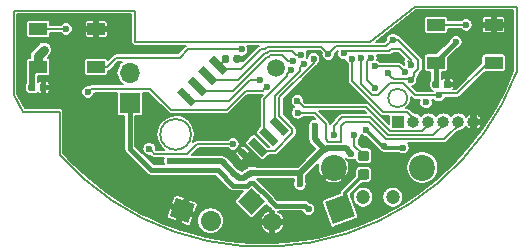
<source format=gbl>
%TF.GenerationSoftware,KiCad,Pcbnew,5.0.1-33cea8e~68~ubuntu18.04.1*%
%TF.CreationDate,2018-12-04T23:45:32+01:00*%
%TF.ProjectId,lightball,6C6967687462616C6C2E6B696361645F,rev?*%
%TF.SameCoordinates,Original*%
%TF.FileFunction,Copper,L2,Bot,Signal*%
%TF.FilePolarity,Positive*%
%FSLAX46Y46*%
G04 Gerber Fmt 4.6, Leading zero omitted, Abs format (unit mm)*
G04 Created by KiCad (PCBNEW 5.0.1-33cea8e~68~ubuntu18.04.1) date Di 04 Dez 2018 23:45:32 CET*
%MOMM*%
%LPD*%
G01*
G04 APERTURE LIST*
%ADD10C,0.150000*%
%ADD11C,0.100000*%
%ADD12C,0.590000*%
%ADD13C,0.875000*%
%ADD14C,2.000000*%
%ADD15C,1.600000*%
%ADD16C,1.500000*%
%ADD17C,2.200000*%
%ADD18C,1.200000*%
%ADD19O,1.700000X1.700000*%
%ADD20R,1.700000X1.700000*%
%ADD21C,1.700000*%
%ADD22C,1.700000*%
%ADD23R,1.000000X1.000000*%
%ADD24O,1.000000X1.000000*%
%ADD25R,1.500000X1.000000*%
%ADD26C,0.650000*%
%ADD27C,0.600000*%
%ADD28C,0.154000*%
%ADD29C,0.300000*%
%ADD30C,0.800000*%
%ADD31C,0.400000*%
%ADD32C,0.500000*%
%ADD33C,0.200000*%
G04 APERTURE END LIST*
D10*
X73975000Y-113550000D02*
X72575000Y-113550000D01*
X73975000Y-117200000D02*
X73975000Y-113550000D01*
X112660414Y-110153935D02*
G75*
G02X73975000Y-117200000I-21460414J8103935D01*
G01*
X112675000Y-104650000D02*
X112663015Y-110154914D01*
X104050000Y-104650000D02*
X112675000Y-104650000D01*
X100250000Y-107650000D02*
X104050000Y-104650000D01*
X80300000Y-107650000D02*
X100250000Y-107650000D01*
X80300000Y-105000000D02*
X80300000Y-107650000D01*
X70050000Y-105000000D02*
X80300000Y-105000000D01*
X70050000Y-112150000D02*
X70050000Y-105000000D01*
X70850000Y-113550000D02*
X70050000Y-112150000D01*
X72575000Y-113550000D02*
X70850000Y-113550000D01*
X103375000Y-112400000D02*
G75*
G03X103375000Y-112400000I-800000J0D01*
G01*
X85075000Y-115475000D02*
G75*
G03X85075000Y-115475000I-1300000J0D01*
G01*
D11*
G36*
X105976958Y-110930710D02*
X105991276Y-110932834D01*
X106005317Y-110936351D01*
X106018946Y-110941228D01*
X106032031Y-110947417D01*
X106044447Y-110954858D01*
X106056073Y-110963481D01*
X106066798Y-110973202D01*
X106076519Y-110983927D01*
X106085142Y-110995553D01*
X106092583Y-111007969D01*
X106098772Y-111021054D01*
X106103649Y-111034683D01*
X106107166Y-111048724D01*
X106109290Y-111063042D01*
X106110000Y-111077500D01*
X106110000Y-111422500D01*
X106109290Y-111436958D01*
X106107166Y-111451276D01*
X106103649Y-111465317D01*
X106098772Y-111478946D01*
X106092583Y-111492031D01*
X106085142Y-111504447D01*
X106076519Y-111516073D01*
X106066798Y-111526798D01*
X106056073Y-111536519D01*
X106044447Y-111545142D01*
X106032031Y-111552583D01*
X106018946Y-111558772D01*
X106005317Y-111563649D01*
X105991276Y-111567166D01*
X105976958Y-111569290D01*
X105962500Y-111570000D01*
X105667500Y-111570000D01*
X105653042Y-111569290D01*
X105638724Y-111567166D01*
X105624683Y-111563649D01*
X105611054Y-111558772D01*
X105597969Y-111552583D01*
X105585553Y-111545142D01*
X105573927Y-111536519D01*
X105563202Y-111526798D01*
X105553481Y-111516073D01*
X105544858Y-111504447D01*
X105537417Y-111492031D01*
X105531228Y-111478946D01*
X105526351Y-111465317D01*
X105522834Y-111451276D01*
X105520710Y-111436958D01*
X105520000Y-111422500D01*
X105520000Y-111077500D01*
X105520710Y-111063042D01*
X105522834Y-111048724D01*
X105526351Y-111034683D01*
X105531228Y-111021054D01*
X105537417Y-111007969D01*
X105544858Y-110995553D01*
X105553481Y-110983927D01*
X105563202Y-110973202D01*
X105573927Y-110963481D01*
X105585553Y-110954858D01*
X105597969Y-110947417D01*
X105611054Y-110941228D01*
X105624683Y-110936351D01*
X105638724Y-110932834D01*
X105653042Y-110930710D01*
X105667500Y-110930000D01*
X105962500Y-110930000D01*
X105976958Y-110930710D01*
X105976958Y-110930710D01*
G37*
D12*
X105815000Y-111250000D03*
D11*
G36*
X106946958Y-110930710D02*
X106961276Y-110932834D01*
X106975317Y-110936351D01*
X106988946Y-110941228D01*
X107002031Y-110947417D01*
X107014447Y-110954858D01*
X107026073Y-110963481D01*
X107036798Y-110973202D01*
X107046519Y-110983927D01*
X107055142Y-110995553D01*
X107062583Y-111007969D01*
X107068772Y-111021054D01*
X107073649Y-111034683D01*
X107077166Y-111048724D01*
X107079290Y-111063042D01*
X107080000Y-111077500D01*
X107080000Y-111422500D01*
X107079290Y-111436958D01*
X107077166Y-111451276D01*
X107073649Y-111465317D01*
X107068772Y-111478946D01*
X107062583Y-111492031D01*
X107055142Y-111504447D01*
X107046519Y-111516073D01*
X107036798Y-111526798D01*
X107026073Y-111536519D01*
X107014447Y-111545142D01*
X107002031Y-111552583D01*
X106988946Y-111558772D01*
X106975317Y-111563649D01*
X106961276Y-111567166D01*
X106946958Y-111569290D01*
X106932500Y-111570000D01*
X106637500Y-111570000D01*
X106623042Y-111569290D01*
X106608724Y-111567166D01*
X106594683Y-111563649D01*
X106581054Y-111558772D01*
X106567969Y-111552583D01*
X106555553Y-111545142D01*
X106543927Y-111536519D01*
X106533202Y-111526798D01*
X106523481Y-111516073D01*
X106514858Y-111504447D01*
X106507417Y-111492031D01*
X106501228Y-111478946D01*
X106496351Y-111465317D01*
X106492834Y-111451276D01*
X106490710Y-111436958D01*
X106490000Y-111422500D01*
X106490000Y-111077500D01*
X106490710Y-111063042D01*
X106492834Y-111048724D01*
X106496351Y-111034683D01*
X106501228Y-111021054D01*
X106507417Y-111007969D01*
X106514858Y-110995553D01*
X106523481Y-110983927D01*
X106533202Y-110973202D01*
X106543927Y-110963481D01*
X106555553Y-110954858D01*
X106567969Y-110947417D01*
X106581054Y-110941228D01*
X106594683Y-110936351D01*
X106608724Y-110932834D01*
X106623042Y-110930710D01*
X106637500Y-110930000D01*
X106932500Y-110930000D01*
X106946958Y-110930710D01*
X106946958Y-110930710D01*
G37*
D12*
X106785000Y-111250000D03*
D11*
G36*
X99967611Y-118425493D02*
X99988846Y-118428643D01*
X100009670Y-118433859D01*
X100029882Y-118441091D01*
X100049288Y-118450270D01*
X100067701Y-118461306D01*
X100084944Y-118474094D01*
X100100850Y-118488510D01*
X100115266Y-118504416D01*
X100128054Y-118521659D01*
X100139090Y-118540072D01*
X100148269Y-118559478D01*
X100155501Y-118579690D01*
X100160717Y-118600514D01*
X100163867Y-118621749D01*
X100164920Y-118643190D01*
X100164920Y-119080690D01*
X100163867Y-119102131D01*
X100160717Y-119123366D01*
X100155501Y-119144190D01*
X100148269Y-119164402D01*
X100139090Y-119183808D01*
X100128054Y-119202221D01*
X100115266Y-119219464D01*
X100100850Y-119235370D01*
X100084944Y-119249786D01*
X100067701Y-119262574D01*
X100049288Y-119273610D01*
X100029882Y-119282789D01*
X100009670Y-119290021D01*
X99988846Y-119295237D01*
X99967611Y-119298387D01*
X99946170Y-119299440D01*
X99433670Y-119299440D01*
X99412229Y-119298387D01*
X99390994Y-119295237D01*
X99370170Y-119290021D01*
X99349958Y-119282789D01*
X99330552Y-119273610D01*
X99312139Y-119262574D01*
X99294896Y-119249786D01*
X99278990Y-119235370D01*
X99264574Y-119219464D01*
X99251786Y-119202221D01*
X99240750Y-119183808D01*
X99231571Y-119164402D01*
X99224339Y-119144190D01*
X99219123Y-119123366D01*
X99215973Y-119102131D01*
X99214920Y-119080690D01*
X99214920Y-118643190D01*
X99215973Y-118621749D01*
X99219123Y-118600514D01*
X99224339Y-118579690D01*
X99231571Y-118559478D01*
X99240750Y-118540072D01*
X99251786Y-118521659D01*
X99264574Y-118504416D01*
X99278990Y-118488510D01*
X99294896Y-118474094D01*
X99312139Y-118461306D01*
X99330552Y-118450270D01*
X99349958Y-118441091D01*
X99370170Y-118433859D01*
X99390994Y-118428643D01*
X99412229Y-118425493D01*
X99433670Y-118424440D01*
X99946170Y-118424440D01*
X99967611Y-118425493D01*
X99967611Y-118425493D01*
G37*
D13*
X99689920Y-118861940D03*
D11*
G36*
X99967611Y-116850493D02*
X99988846Y-116853643D01*
X100009670Y-116858859D01*
X100029882Y-116866091D01*
X100049288Y-116875270D01*
X100067701Y-116886306D01*
X100084944Y-116899094D01*
X100100850Y-116913510D01*
X100115266Y-116929416D01*
X100128054Y-116946659D01*
X100139090Y-116965072D01*
X100148269Y-116984478D01*
X100155501Y-117004690D01*
X100160717Y-117025514D01*
X100163867Y-117046749D01*
X100164920Y-117068190D01*
X100164920Y-117505690D01*
X100163867Y-117527131D01*
X100160717Y-117548366D01*
X100155501Y-117569190D01*
X100148269Y-117589402D01*
X100139090Y-117608808D01*
X100128054Y-117627221D01*
X100115266Y-117644464D01*
X100100850Y-117660370D01*
X100084944Y-117674786D01*
X100067701Y-117687574D01*
X100049288Y-117698610D01*
X100029882Y-117707789D01*
X100009670Y-117715021D01*
X99988846Y-117720237D01*
X99967611Y-117723387D01*
X99946170Y-117724440D01*
X99433670Y-117724440D01*
X99412229Y-117723387D01*
X99390994Y-117720237D01*
X99370170Y-117715021D01*
X99349958Y-117707789D01*
X99330552Y-117698610D01*
X99312139Y-117687574D01*
X99294896Y-117674786D01*
X99278990Y-117660370D01*
X99264574Y-117644464D01*
X99251786Y-117627221D01*
X99240750Y-117608808D01*
X99231571Y-117589402D01*
X99224339Y-117569190D01*
X99219123Y-117548366D01*
X99215973Y-117527131D01*
X99214920Y-117505690D01*
X99214920Y-117068190D01*
X99215973Y-117046749D01*
X99219123Y-117025514D01*
X99224339Y-117004690D01*
X99231571Y-116984478D01*
X99240750Y-116965072D01*
X99251786Y-116946659D01*
X99264574Y-116929416D01*
X99278990Y-116913510D01*
X99294896Y-116899094D01*
X99312139Y-116886306D01*
X99330552Y-116875270D01*
X99349958Y-116866091D01*
X99370170Y-116858859D01*
X99390994Y-116853643D01*
X99412229Y-116850493D01*
X99433670Y-116849440D01*
X99946170Y-116849440D01*
X99967611Y-116850493D01*
X99967611Y-116850493D01*
G37*
D13*
X99689920Y-117286940D03*
D11*
G36*
X88160398Y-108758470D02*
X88174716Y-108760594D01*
X88188757Y-108764111D01*
X88202386Y-108768988D01*
X88215471Y-108775177D01*
X88227887Y-108782618D01*
X88239513Y-108791241D01*
X88250238Y-108800962D01*
X88259959Y-108811687D01*
X88268582Y-108823313D01*
X88276023Y-108835729D01*
X88282212Y-108848814D01*
X88287089Y-108862443D01*
X88290606Y-108876484D01*
X88292730Y-108890802D01*
X88293440Y-108905260D01*
X88293440Y-109250260D01*
X88292730Y-109264718D01*
X88290606Y-109279036D01*
X88287089Y-109293077D01*
X88282212Y-109306706D01*
X88276023Y-109319791D01*
X88268582Y-109332207D01*
X88259959Y-109343833D01*
X88250238Y-109354558D01*
X88239513Y-109364279D01*
X88227887Y-109372902D01*
X88215471Y-109380343D01*
X88202386Y-109386532D01*
X88188757Y-109391409D01*
X88174716Y-109394926D01*
X88160398Y-109397050D01*
X88145940Y-109397760D01*
X87850940Y-109397760D01*
X87836482Y-109397050D01*
X87822164Y-109394926D01*
X87808123Y-109391409D01*
X87794494Y-109386532D01*
X87781409Y-109380343D01*
X87768993Y-109372902D01*
X87757367Y-109364279D01*
X87746642Y-109354558D01*
X87736921Y-109343833D01*
X87728298Y-109332207D01*
X87720857Y-109319791D01*
X87714668Y-109306706D01*
X87709791Y-109293077D01*
X87706274Y-109279036D01*
X87704150Y-109264718D01*
X87703440Y-109250260D01*
X87703440Y-108905260D01*
X87704150Y-108890802D01*
X87706274Y-108876484D01*
X87709791Y-108862443D01*
X87714668Y-108848814D01*
X87720857Y-108835729D01*
X87728298Y-108823313D01*
X87736921Y-108811687D01*
X87746642Y-108800962D01*
X87757367Y-108791241D01*
X87768993Y-108782618D01*
X87781409Y-108775177D01*
X87794494Y-108768988D01*
X87808123Y-108764111D01*
X87822164Y-108760594D01*
X87836482Y-108758470D01*
X87850940Y-108757760D01*
X88145940Y-108757760D01*
X88160398Y-108758470D01*
X88160398Y-108758470D01*
G37*
D12*
X87998440Y-109077760D03*
D11*
G36*
X89130398Y-108758470D02*
X89144716Y-108760594D01*
X89158757Y-108764111D01*
X89172386Y-108768988D01*
X89185471Y-108775177D01*
X89197887Y-108782618D01*
X89209513Y-108791241D01*
X89220238Y-108800962D01*
X89229959Y-108811687D01*
X89238582Y-108823313D01*
X89246023Y-108835729D01*
X89252212Y-108848814D01*
X89257089Y-108862443D01*
X89260606Y-108876484D01*
X89262730Y-108890802D01*
X89263440Y-108905260D01*
X89263440Y-109250260D01*
X89262730Y-109264718D01*
X89260606Y-109279036D01*
X89257089Y-109293077D01*
X89252212Y-109306706D01*
X89246023Y-109319791D01*
X89238582Y-109332207D01*
X89229959Y-109343833D01*
X89220238Y-109354558D01*
X89209513Y-109364279D01*
X89197887Y-109372902D01*
X89185471Y-109380343D01*
X89172386Y-109386532D01*
X89158757Y-109391409D01*
X89144716Y-109394926D01*
X89130398Y-109397050D01*
X89115940Y-109397760D01*
X88820940Y-109397760D01*
X88806482Y-109397050D01*
X88792164Y-109394926D01*
X88778123Y-109391409D01*
X88764494Y-109386532D01*
X88751409Y-109380343D01*
X88738993Y-109372902D01*
X88727367Y-109364279D01*
X88716642Y-109354558D01*
X88706921Y-109343833D01*
X88698298Y-109332207D01*
X88690857Y-109319791D01*
X88684668Y-109306706D01*
X88679791Y-109293077D01*
X88676274Y-109279036D01*
X88674150Y-109264718D01*
X88673440Y-109250260D01*
X88673440Y-108905260D01*
X88674150Y-108890802D01*
X88676274Y-108876484D01*
X88679791Y-108862443D01*
X88684668Y-108848814D01*
X88690857Y-108835729D01*
X88698298Y-108823313D01*
X88706921Y-108811687D01*
X88716642Y-108800962D01*
X88727367Y-108791241D01*
X88738993Y-108782618D01*
X88751409Y-108775177D01*
X88764494Y-108768988D01*
X88778123Y-108764111D01*
X88792164Y-108760594D01*
X88806482Y-108758470D01*
X88820940Y-108757760D01*
X89115940Y-108757760D01*
X89130398Y-108758470D01*
X89130398Y-108758470D01*
G37*
D12*
X88968440Y-109077760D03*
D14*
X97683320Y-121813320D03*
D11*
G36*
X97085648Y-123095033D02*
X96401607Y-121215648D01*
X98280992Y-120531607D01*
X98965033Y-122410992D01*
X97085648Y-123095033D01*
X97085648Y-123095033D01*
G37*
D15*
X90200000Y-121150000D03*
D11*
G36*
X89068629Y-121150000D02*
X90200000Y-120018629D01*
X91331371Y-121150000D01*
X90200000Y-122281371D01*
X89068629Y-121150000D01*
X89068629Y-121150000D01*
G37*
D15*
X91967767Y-122917767D03*
D16*
X92298520Y-109814360D03*
D17*
X97150000Y-118300000D03*
D18*
X99650000Y-120800000D03*
X102150000Y-120800000D03*
D17*
X104650000Y-118300000D03*
D19*
X79900000Y-110260000D03*
D20*
X79900000Y-112800000D03*
D21*
X84349101Y-121914869D03*
D11*
G36*
X84857123Y-123004325D02*
X83259645Y-122422891D01*
X83841079Y-120825413D01*
X85438557Y-121406847D01*
X84857123Y-123004325D01*
X84857123Y-123004325D01*
G37*
D21*
X86735920Y-122783600D03*
D22*
X86735920Y-122783600D02*
X86735920Y-122783600D01*
D11*
G36*
X72731958Y-111180710D02*
X72746276Y-111182834D01*
X72760317Y-111186351D01*
X72773946Y-111191228D01*
X72787031Y-111197417D01*
X72799447Y-111204858D01*
X72811073Y-111213481D01*
X72821798Y-111223202D01*
X72831519Y-111233927D01*
X72840142Y-111245553D01*
X72847583Y-111257969D01*
X72853772Y-111271054D01*
X72858649Y-111284683D01*
X72862166Y-111298724D01*
X72864290Y-111313042D01*
X72865000Y-111327500D01*
X72865000Y-111672500D01*
X72864290Y-111686958D01*
X72862166Y-111701276D01*
X72858649Y-111715317D01*
X72853772Y-111728946D01*
X72847583Y-111742031D01*
X72840142Y-111754447D01*
X72831519Y-111766073D01*
X72821798Y-111776798D01*
X72811073Y-111786519D01*
X72799447Y-111795142D01*
X72787031Y-111802583D01*
X72773946Y-111808772D01*
X72760317Y-111813649D01*
X72746276Y-111817166D01*
X72731958Y-111819290D01*
X72717500Y-111820000D01*
X72422500Y-111820000D01*
X72408042Y-111819290D01*
X72393724Y-111817166D01*
X72379683Y-111813649D01*
X72366054Y-111808772D01*
X72352969Y-111802583D01*
X72340553Y-111795142D01*
X72328927Y-111786519D01*
X72318202Y-111776798D01*
X72308481Y-111766073D01*
X72299858Y-111754447D01*
X72292417Y-111742031D01*
X72286228Y-111728946D01*
X72281351Y-111715317D01*
X72277834Y-111701276D01*
X72275710Y-111686958D01*
X72275000Y-111672500D01*
X72275000Y-111327500D01*
X72275710Y-111313042D01*
X72277834Y-111298724D01*
X72281351Y-111284683D01*
X72286228Y-111271054D01*
X72292417Y-111257969D01*
X72299858Y-111245553D01*
X72308481Y-111233927D01*
X72318202Y-111223202D01*
X72328927Y-111213481D01*
X72340553Y-111204858D01*
X72352969Y-111197417D01*
X72366054Y-111191228D01*
X72379683Y-111186351D01*
X72393724Y-111182834D01*
X72408042Y-111180710D01*
X72422500Y-111180000D01*
X72717500Y-111180000D01*
X72731958Y-111180710D01*
X72731958Y-111180710D01*
G37*
D12*
X72570000Y-111500000D03*
D11*
G36*
X71761958Y-111180710D02*
X71776276Y-111182834D01*
X71790317Y-111186351D01*
X71803946Y-111191228D01*
X71817031Y-111197417D01*
X71829447Y-111204858D01*
X71841073Y-111213481D01*
X71851798Y-111223202D01*
X71861519Y-111233927D01*
X71870142Y-111245553D01*
X71877583Y-111257969D01*
X71883772Y-111271054D01*
X71888649Y-111284683D01*
X71892166Y-111298724D01*
X71894290Y-111313042D01*
X71895000Y-111327500D01*
X71895000Y-111672500D01*
X71894290Y-111686958D01*
X71892166Y-111701276D01*
X71888649Y-111715317D01*
X71883772Y-111728946D01*
X71877583Y-111742031D01*
X71870142Y-111754447D01*
X71861519Y-111766073D01*
X71851798Y-111776798D01*
X71841073Y-111786519D01*
X71829447Y-111795142D01*
X71817031Y-111802583D01*
X71803946Y-111808772D01*
X71790317Y-111813649D01*
X71776276Y-111817166D01*
X71761958Y-111819290D01*
X71747500Y-111820000D01*
X71452500Y-111820000D01*
X71438042Y-111819290D01*
X71423724Y-111817166D01*
X71409683Y-111813649D01*
X71396054Y-111808772D01*
X71382969Y-111802583D01*
X71370553Y-111795142D01*
X71358927Y-111786519D01*
X71348202Y-111776798D01*
X71338481Y-111766073D01*
X71329858Y-111754447D01*
X71322417Y-111742031D01*
X71316228Y-111728946D01*
X71311351Y-111715317D01*
X71307834Y-111701276D01*
X71305710Y-111686958D01*
X71305000Y-111672500D01*
X71305000Y-111327500D01*
X71305710Y-111313042D01*
X71307834Y-111298724D01*
X71311351Y-111284683D01*
X71316228Y-111271054D01*
X71322417Y-111257969D01*
X71329858Y-111245553D01*
X71338481Y-111233927D01*
X71348202Y-111223202D01*
X71358927Y-111213481D01*
X71370553Y-111204858D01*
X71382969Y-111197417D01*
X71396054Y-111191228D01*
X71409683Y-111186351D01*
X71423724Y-111182834D01*
X71438042Y-111180710D01*
X71452500Y-111180000D01*
X71747500Y-111180000D01*
X71761958Y-111180710D01*
X71761958Y-111180710D01*
G37*
D12*
X71600000Y-111500000D03*
D23*
X102640000Y-114400000D03*
D24*
X103910000Y-114400000D03*
X105180000Y-114400000D03*
X106450000Y-114400000D03*
X107720000Y-114400000D03*
X108990000Y-114400000D03*
D25*
X72150000Y-109749930D03*
X72150000Y-106549930D03*
X77050000Y-109749930D03*
X77050000Y-106549930D03*
X105800000Y-109400000D03*
X105800000Y-106200000D03*
X110700000Y-109400000D03*
X110700000Y-106200000D03*
D26*
X92553658Y-114766821D03*
D11*
G36*
X93384508Y-115138052D02*
X92924889Y-115597671D01*
X91722808Y-114395590D01*
X92182427Y-113935971D01*
X93384508Y-115138052D01*
X93384508Y-115138052D01*
G37*
D26*
X91655633Y-115664847D03*
D11*
G36*
X92486483Y-116036078D02*
X92026864Y-116495697D01*
X90824783Y-115293616D01*
X91284402Y-114833997D01*
X92486483Y-116036078D01*
X92486483Y-116036078D01*
G37*
D26*
X90757607Y-116562873D03*
D11*
G36*
X91588457Y-116934104D02*
X91128838Y-117393723D01*
X89926757Y-116191642D01*
X90386376Y-115732023D01*
X91588457Y-116934104D01*
X91588457Y-116934104D01*
G37*
D26*
X89859581Y-117460898D03*
D11*
G36*
X90690431Y-117832129D02*
X90230812Y-118291748D01*
X89028731Y-117089667D01*
X89488350Y-116630048D01*
X90690431Y-117832129D01*
X90690431Y-117832129D01*
G37*
D26*
X84697702Y-112299019D03*
D11*
G36*
X85528552Y-112670250D02*
X85068933Y-113129869D01*
X83866852Y-111927788D01*
X84326471Y-111468169D01*
X85528552Y-112670250D01*
X85528552Y-112670250D01*
G37*
D26*
X85595727Y-111400993D03*
D11*
G36*
X86426577Y-111772224D02*
X85966958Y-112231843D01*
X84764877Y-111029762D01*
X85224496Y-110570143D01*
X86426577Y-111772224D01*
X86426577Y-111772224D01*
G37*
D26*
X86493753Y-110502967D03*
D11*
G36*
X87324603Y-110874198D02*
X86864984Y-111333817D01*
X85662903Y-110131736D01*
X86122522Y-109672117D01*
X87324603Y-110874198D01*
X87324603Y-110874198D01*
G37*
D26*
X87391779Y-109604942D03*
D11*
G36*
X88222629Y-109976173D02*
X87763010Y-110435792D01*
X86560929Y-109233711D01*
X87020548Y-108774092D01*
X88222629Y-109976173D01*
X88222629Y-109976173D01*
G37*
D27*
X89961720Y-118003320D03*
X97221040Y-113786920D03*
X98033840Y-111434880D03*
X97840800Y-112440720D03*
X96951800Y-111307880D03*
X96438720Y-112425480D03*
X99075000Y-112300000D03*
X95425000Y-112200000D03*
X97325000Y-110325000D03*
X72500000Y-112750000D03*
X75250000Y-109750000D03*
X79000000Y-106500000D03*
X81700000Y-108250000D03*
X105550000Y-107800000D03*
X95350000Y-120350000D03*
X101240842Y-109093142D03*
X108225000Y-113400000D03*
X102350000Y-108900000D03*
X107775000Y-106825000D03*
X110775000Y-110525000D03*
X110700000Y-108250000D03*
X108775000Y-111700000D03*
X106049999Y-117299999D03*
X106575000Y-118075000D03*
X101425000Y-117525000D03*
X102950000Y-117775000D03*
X89895680Y-114711480D03*
X89250520Y-109128560D03*
X94630240Y-123657360D03*
X74594720Y-117058440D03*
X76098400Y-118562120D03*
X77952600Y-120136920D03*
X96276160Y-123159520D03*
X98826320Y-118099840D03*
X100771960Y-118099840D03*
X99888040Y-122666760D03*
X101193600Y-122062240D03*
X103408480Y-120787160D03*
X110596680Y-113096040D03*
X111516160Y-111521240D03*
X112120680Y-109433360D03*
X112156240Y-107772200D03*
X112085120Y-105613200D03*
X83657440Y-108249720D03*
X79588360Y-107294680D03*
X79710280Y-105613200D03*
X78511400Y-105597960D03*
X70779640Y-107045760D03*
X71379080Y-112725200D03*
X73751440Y-110037880D03*
X76174600Y-113096040D03*
X76672440Y-114493040D03*
X78226920Y-114315240D03*
X81518760Y-115021360D03*
X82047080Y-113680240D03*
X79730600Y-118668800D03*
X86106000Y-119461280D03*
X87081360Y-119481600D03*
X83474560Y-120329960D03*
X89804240Y-113517680D03*
X87594440Y-114386360D03*
X87574120Y-115341400D03*
X89270840Y-113024920D03*
X75539600Y-105577640D03*
X73756520Y-105623360D03*
X70739000Y-105694480D03*
X70703440Y-111917480D03*
X79684880Y-121244360D03*
X81823560Y-122356880D03*
X84353400Y-123393200D03*
X85714840Y-123708160D03*
X88341200Y-124266960D03*
X90815160Y-124460000D03*
X93238320Y-124343160D03*
X96012000Y-123901200D03*
X104556560Y-120015000D03*
X107726480Y-117119400D03*
X110749080Y-105181400D03*
X109087920Y-105181400D03*
X107284520Y-105150920D03*
X93212920Y-113243360D03*
X96860360Y-120467120D03*
X104815640Y-110373160D03*
X94620080Y-116194840D03*
X93863160Y-116931440D03*
X100690680Y-116900960D03*
X100639880Y-119364760D03*
X95956120Y-122570240D03*
X97434400Y-120091200D03*
X103174800Y-106121200D03*
X83403440Y-119237760D03*
X87436960Y-116900960D03*
X88620600Y-116291360D03*
X81539080Y-116687600D03*
X72625080Y-108325010D03*
X107500000Y-107650000D03*
X95024998Y-121800000D03*
X99504818Y-108979331D03*
X106045000Y-112181640D03*
X95544654Y-114755346D03*
X94300000Y-119700000D03*
X102174683Y-107456462D03*
X96700000Y-108675020D03*
X103015016Y-116600000D03*
X98600000Y-117100000D03*
X99893153Y-115106847D03*
X83286600Y-117754400D03*
X101405652Y-116418652D03*
X101737160Y-110276640D03*
X103665465Y-110831357D03*
X104969033Y-112770164D03*
X76350000Y-111900000D03*
X91509703Y-111458481D03*
X98708219Y-109053653D03*
X94602764Y-109477939D03*
X93526920Y-110045798D03*
X95456329Y-109089392D03*
X90925543Y-110911877D03*
X93700002Y-109250000D03*
X94357545Y-108716437D03*
X100304829Y-108979031D03*
X100680526Y-111513400D03*
X100662749Y-109696661D03*
X103169562Y-110188545D03*
X98032725Y-108625020D03*
X103707782Y-109596652D03*
X94081600Y-112638840D03*
X94101920Y-113644680D03*
X108349984Y-106200000D03*
X89362398Y-108275010D03*
X74500000Y-106550000D03*
X97178588Y-115522619D03*
X98912834Y-115537814D03*
D28*
X101433984Y-108900000D02*
X101240842Y-109093142D01*
X102350000Y-108900000D02*
X101433984Y-108900000D01*
D29*
X90419200Y-117460898D02*
X90556080Y-117597778D01*
X89859581Y-117460898D02*
X90419200Y-117460898D01*
X90556080Y-117597778D02*
X90556080Y-117754400D01*
X90556080Y-117754400D02*
X90510360Y-117800120D01*
X90510360Y-117800120D02*
X90510360Y-117922040D01*
X90510360Y-117922040D02*
X90357960Y-118074440D01*
X90357960Y-118074440D02*
X90388440Y-118104920D01*
X90388440Y-118104920D02*
X90998040Y-118104920D01*
X90998040Y-118104920D02*
X90754200Y-117861080D01*
X90754200Y-117861080D02*
X90749120Y-117861080D01*
X90749120Y-117861080D02*
X90749120Y-117835680D01*
D28*
X81839079Y-116987599D02*
X81539080Y-116687600D01*
X84738958Y-117125002D02*
X81976482Y-117125002D01*
X81976482Y-117125002D02*
X81839079Y-116987599D01*
X88620600Y-116291360D02*
X85572600Y-116291360D01*
X85572600Y-116291360D02*
X84738958Y-117125002D01*
D30*
X72150000Y-109749930D02*
X72150000Y-108800090D01*
X72150000Y-108800090D02*
X72625080Y-108325010D01*
D31*
X105800000Y-109400000D02*
X105800000Y-109350000D01*
X105800000Y-109350000D02*
X107500000Y-107650000D01*
X105815000Y-109415000D02*
X105800000Y-109400000D01*
X105815000Y-111250000D02*
X105815000Y-109415000D01*
D32*
X71600000Y-110299930D02*
X72150000Y-109749930D01*
X71600000Y-111500000D02*
X71600000Y-110299930D01*
D31*
X92257880Y-121574560D02*
X92332439Y-121500001D01*
X94724999Y-121500001D02*
X95024998Y-121800000D01*
X90034309Y-119618619D02*
X90365691Y-119618619D01*
X81716158Y-118489962D02*
X87329964Y-118489962D01*
X92332439Y-121500001D02*
X94724999Y-121500001D01*
X91731381Y-121048061D02*
X92257880Y-121574560D01*
X88668619Y-119828617D02*
X89824311Y-119828617D01*
X79900000Y-112800000D02*
X79900000Y-116673804D01*
X79900000Y-116673804D02*
X81716158Y-118489962D01*
X87329964Y-118489962D02*
X88668619Y-119828617D01*
X89824311Y-119828617D02*
X90034309Y-119618619D01*
X90365691Y-119618619D02*
X91731381Y-120984309D01*
X91731381Y-120984309D02*
X91731381Y-121048061D01*
D28*
X107636870Y-112002010D02*
X110238880Y-109400000D01*
X106250030Y-112002010D02*
X107636870Y-112002010D01*
X106073828Y-112178212D02*
X106250030Y-112002010D01*
X110238880Y-109400000D02*
X110700000Y-109400000D01*
X104057147Y-112178212D02*
X106073828Y-112178212D01*
X100893880Y-112130840D02*
X101891150Y-111133570D01*
X101891150Y-111133570D02*
X103012505Y-111133570D01*
X103012505Y-111133570D02*
X104057147Y-112178212D01*
X99504818Y-108979331D02*
X99504818Y-111173578D01*
D33*
X100771960Y-112130840D02*
X100760753Y-112119633D01*
X100893880Y-112130840D02*
X100771960Y-112130840D01*
X100760753Y-112119633D02*
X100405153Y-112119633D01*
X100405153Y-112119633D02*
X99496880Y-111211360D01*
X99496880Y-111211360D02*
X99496880Y-111064040D01*
D32*
X94300000Y-119700000D02*
X94300000Y-118950000D01*
X95544654Y-115894654D02*
X95544654Y-114755346D01*
X96450000Y-116800000D02*
X95544654Y-115894654D01*
D33*
X97350010Y-108025010D02*
X101606135Y-108025010D01*
X101606135Y-108025010D02*
X101874684Y-107756461D01*
X96700000Y-108675020D02*
X97350010Y-108025010D01*
X101874684Y-107756461D02*
X102174683Y-107456462D01*
D32*
X98375000Y-116875000D02*
X98600000Y-117100000D01*
D29*
X101386306Y-116600000D02*
X99893153Y-115106847D01*
X103015016Y-116600000D02*
X101386306Y-116600000D01*
D32*
X89168729Y-119158838D02*
X88892051Y-118882160D01*
X89541535Y-119158838D02*
X89168729Y-119158838D01*
X88892051Y-118882160D02*
X88833905Y-118882160D01*
X94300000Y-118950000D02*
X94100080Y-118750080D01*
X89818213Y-118882160D02*
X89541535Y-119158838D01*
X89951560Y-118882160D02*
X89818213Y-118882160D01*
X90083640Y-118750080D02*
X89951560Y-118882160D01*
X94100080Y-118750080D02*
X90083640Y-118750080D01*
X88833905Y-118882160D02*
X87706145Y-117754400D01*
X87706145Y-117754400D02*
X83710864Y-117754400D01*
X83710864Y-117754400D02*
X83286600Y-117754400D01*
D28*
X87664272Y-109411928D02*
X87651432Y-109411928D01*
X87998440Y-109077760D02*
X87664272Y-109411928D01*
X87651432Y-109411928D02*
X87518240Y-109545120D01*
X89347040Y-109910880D02*
X87680800Y-109910880D01*
X91352064Y-108239560D02*
X91018360Y-108239560D01*
X91512287Y-108079337D02*
X91352064Y-108239560D01*
X96104317Y-108079337D02*
X91512287Y-108079337D01*
X96700000Y-108675020D02*
X96104317Y-108079337D01*
X91018360Y-108239560D02*
X89347040Y-109910880D01*
D29*
X101386306Y-116600000D02*
X101386306Y-116437998D01*
X101386306Y-116437998D02*
X101405652Y-116418652D01*
D28*
X103565960Y-110779560D02*
X102240080Y-110779560D01*
X102037159Y-110576639D02*
X101737160Y-110276640D01*
X102240080Y-110779560D02*
X102037159Y-110576639D01*
D33*
X103965464Y-110274374D02*
X103965464Y-110531358D01*
X102174683Y-107456462D02*
X102598947Y-107456462D01*
X102598947Y-107456462D02*
X104307784Y-109165299D01*
X104307784Y-109932054D02*
X103965464Y-110274374D01*
X104307784Y-109165299D02*
X104307784Y-109932054D01*
X103965464Y-110531358D02*
X103665465Y-110831357D01*
D32*
X98201640Y-116626640D02*
X98375000Y-116800000D01*
X96623360Y-116626640D02*
X98201640Y-116626640D01*
X96450000Y-116800000D02*
X96623360Y-116626640D01*
X94300000Y-118765360D02*
X94300000Y-118950000D01*
X96450000Y-116800000D02*
X96265360Y-116800000D01*
X96265360Y-116800000D02*
X94300000Y-118765360D01*
D28*
X85183676Y-113406879D02*
X85220195Y-113370360D01*
X89693037Y-111768289D02*
X91199895Y-111768289D01*
X88090966Y-113370360D02*
X89693037Y-111768289D01*
X84954190Y-113406879D02*
X85183676Y-113406879D01*
X91209704Y-111758480D02*
X91509703Y-111458481D01*
X84917671Y-113370360D02*
X84954190Y-113406879D01*
X85220195Y-113370360D02*
X88090966Y-113370360D01*
X81600001Y-111600001D02*
X83370360Y-113370360D01*
X83370360Y-113370360D02*
X84917671Y-113370360D01*
X76649999Y-111600001D02*
X81600001Y-111600001D01*
X91199895Y-111768289D02*
X91209704Y-111758480D01*
X76350000Y-111900000D02*
X76649999Y-111600001D01*
X104170000Y-114400000D02*
X104170000Y-114170000D01*
X103955000Y-114615000D02*
X104170000Y-114400000D01*
X104170000Y-114400000D02*
X103374010Y-113604010D01*
X103374010Y-113604010D02*
X101353364Y-113604010D01*
X101353364Y-113604010D02*
X98708219Y-110958865D01*
X98708219Y-109477917D02*
X98708219Y-109053653D01*
X98708219Y-110958865D02*
X98708219Y-109477917D01*
X92808838Y-115430861D02*
X92800000Y-115422023D01*
X92161360Y-112227360D02*
X94302765Y-110085955D01*
X94302765Y-110085955D02*
X94302765Y-109777938D01*
X94302765Y-109777938D02*
X94602764Y-109477939D01*
X92161360Y-114345720D02*
X92161360Y-112227360D01*
X91287600Y-115255040D02*
X91287600Y-112498464D01*
X93226921Y-110559143D02*
X93226921Y-110345797D01*
X91287600Y-112498464D02*
X93226921Y-110559143D01*
X93226921Y-110345797D02*
X93526920Y-110045798D01*
X92196920Y-116860320D02*
X91196160Y-116860320D01*
X95456329Y-109440391D02*
X92557600Y-112339120D01*
X95456329Y-109089392D02*
X95456329Y-109440391D01*
X93661518Y-115022918D02*
X93661518Y-115395722D01*
X92557600Y-113919000D02*
X93661518Y-115022918D01*
X92557600Y-112339120D02*
X92557600Y-113919000D01*
X93661518Y-115395722D02*
X92196920Y-116860320D01*
X85135720Y-112628680D02*
X88331999Y-112628680D01*
X88331999Y-112628680D02*
X90048802Y-110911877D01*
X90048802Y-110911877D02*
X90501279Y-110911877D01*
X90501279Y-110911877D02*
X90925543Y-110911877D01*
X93254122Y-109250000D02*
X93275738Y-109250000D01*
X92791481Y-108787359D02*
X93254122Y-109250000D01*
X85918040Y-111795560D02*
X88664472Y-111795560D01*
X91805559Y-108787359D02*
X92791481Y-108787359D01*
X88664472Y-111795560D02*
X91512450Y-108947582D01*
X91645336Y-108947582D02*
X91805559Y-108787359D01*
X91512450Y-108947582D02*
X91645336Y-108947582D01*
X93275738Y-109250000D02*
X93700002Y-109250000D01*
X91498700Y-108593571D02*
X91658923Y-108433348D01*
X86771480Y-110891320D02*
X89068066Y-110891320D01*
X89068066Y-110891320D02*
X91365814Y-108593571D01*
X91365814Y-108593571D02*
X91498700Y-108593571D01*
X93933281Y-108716437D02*
X94357545Y-108716437D01*
X93650192Y-108433348D02*
X93933281Y-108716437D01*
X91658923Y-108433348D02*
X93650192Y-108433348D01*
X100304829Y-108979031D02*
X100004830Y-109279030D01*
X100004830Y-109279030D02*
X100004830Y-110881110D01*
X100004830Y-110881110D02*
X100512601Y-111388881D01*
X100512601Y-111388881D02*
X100812600Y-111688880D01*
X100662749Y-109696661D02*
X102677678Y-109696661D01*
X102677678Y-109696661D02*
X102869563Y-109888546D01*
X102869563Y-109888546D02*
X103169562Y-110188545D01*
X98070201Y-108675049D02*
X98070201Y-108662496D01*
X98070201Y-108662496D02*
X98032725Y-108625020D01*
X103407783Y-109296653D02*
X103707782Y-109596652D01*
X101864259Y-108402021D02*
X102041960Y-108224320D01*
X98032725Y-108625020D02*
X98255724Y-108402021D01*
X98255724Y-108402021D02*
X101864259Y-108402021D01*
X102041960Y-108224320D02*
X102748080Y-108224320D01*
X102748080Y-108224320D02*
X103718360Y-109194600D01*
X103718360Y-109194600D02*
X103718360Y-109499400D01*
X104662999Y-115177001D02*
X101918399Y-115177001D01*
X94381599Y-112938839D02*
X94081600Y-112638840D01*
X94615279Y-113172519D02*
X94381599Y-112938839D01*
X99913917Y-113172519D02*
X94615279Y-113172519D01*
X105440000Y-114400000D02*
X104662999Y-115177001D01*
X101918399Y-115177001D02*
X99913917Y-113172519D01*
X106494977Y-115885023D02*
X101625127Y-115885023D01*
X107980000Y-114400000D02*
X106494977Y-115885023D01*
X97775000Y-116075000D02*
X97750371Y-116099629D01*
X101625127Y-115885023D02*
X100165104Y-114425000D01*
X94526184Y-113644680D02*
X94101920Y-113644680D01*
X96699629Y-116099629D02*
X96500000Y-115900000D01*
X95544680Y-113644680D02*
X94526184Y-113644680D01*
X96500000Y-115900000D02*
X96500000Y-114600000D01*
X97750371Y-116099629D02*
X96699629Y-116099629D01*
X98125000Y-114425000D02*
X97775000Y-114775000D01*
X96500000Y-114600000D02*
X95544680Y-113644680D01*
X97775000Y-114775000D02*
X97775000Y-116075000D01*
X100165104Y-114425000D02*
X98125000Y-114425000D01*
D33*
X105800000Y-106200000D02*
X108349984Y-106200000D01*
X84836110Y-108275010D02*
X89362398Y-108275010D01*
X78749930Y-109000000D02*
X84111120Y-109000000D01*
X77050000Y-109749930D02*
X78000000Y-109749930D01*
X84111120Y-109000000D02*
X84836110Y-108275010D01*
X78000000Y-109749930D02*
X78749930Y-109000000D01*
X72150000Y-106549930D02*
X74499930Y-106549930D01*
X74499930Y-106549930D02*
X74500000Y-106550000D01*
D28*
X106710000Y-114400000D02*
X105578988Y-115531012D01*
X101771763Y-115531012D02*
X100265751Y-114025000D01*
X100265751Y-114025000D02*
X97900000Y-114025000D01*
X97900000Y-114025000D02*
X97178588Y-114746412D01*
X97178588Y-115098355D02*
X97178588Y-115522619D01*
X97178588Y-114746412D02*
X97178588Y-115098355D01*
X105578988Y-115531012D02*
X101771763Y-115531012D01*
D29*
X99689920Y-118861940D02*
X98079560Y-120472300D01*
X98079560Y-120472300D02*
X98079560Y-121793000D01*
D28*
X99800000Y-117350000D02*
X99800000Y-117375000D01*
X99600000Y-117150000D02*
X99800000Y-117350000D01*
X98912834Y-115537814D02*
X98912834Y-116462834D01*
X98912834Y-116462834D02*
X99600000Y-117150000D01*
G36*
X112357168Y-110084976D02*
X111630569Y-111789481D01*
X110743938Y-113464907D01*
X109720213Y-115060277D01*
X108566596Y-116564370D01*
X107291157Y-117966667D01*
X105902847Y-119257322D01*
X104411408Y-120427277D01*
X102827303Y-121468327D01*
X101161634Y-122373175D01*
X99426115Y-123135461D01*
X97632873Y-123749856D01*
X95794510Y-124212041D01*
X93923937Y-124518773D01*
X92034230Y-124667906D01*
X90138690Y-124658388D01*
X88250601Y-124490291D01*
X86383186Y-124164789D01*
X84549554Y-123684166D01*
X82762588Y-123051801D01*
X82508069Y-122936947D01*
X84165454Y-122936947D01*
X84199970Y-123010966D01*
X84756736Y-123213612D01*
X84799495Y-123229175D01*
X84844469Y-123236098D01*
X84889928Y-123234113D01*
X84934127Y-123223298D01*
X84975367Y-123204067D01*
X85012062Y-123177161D01*
X85042804Y-123143613D01*
X85066410Y-123104711D01*
X85183284Y-122783600D01*
X85603467Y-122783600D01*
X85625227Y-123004531D01*
X85689670Y-123216971D01*
X85794320Y-123412757D01*
X85935155Y-123584365D01*
X86106763Y-123725200D01*
X86302549Y-123829850D01*
X86514989Y-123894293D01*
X86680555Y-123910600D01*
X86791285Y-123910600D01*
X86956851Y-123894293D01*
X87169291Y-123829850D01*
X87365077Y-123725200D01*
X87536685Y-123584365D01*
X87677520Y-123412757D01*
X87763302Y-123252269D01*
X90987266Y-123252269D01*
X91071364Y-123437128D01*
X91189910Y-123602028D01*
X91338349Y-123740632D01*
X91510976Y-123847614D01*
X91633265Y-123898268D01*
X91790767Y-123879860D01*
X91790767Y-123094767D01*
X92144767Y-123094767D01*
X92144767Y-123879860D01*
X92302269Y-123898268D01*
X92487128Y-123814170D01*
X92652028Y-123695624D01*
X92790632Y-123547185D01*
X92897614Y-123374558D01*
X92948268Y-123252269D01*
X92929860Y-123094767D01*
X92144767Y-123094767D01*
X91790767Y-123094767D01*
X91005674Y-123094767D01*
X90987266Y-123252269D01*
X87763302Y-123252269D01*
X87782170Y-123216971D01*
X87846613Y-123004531D01*
X87868373Y-122783600D01*
X87848642Y-122583265D01*
X90987266Y-122583265D01*
X91005674Y-122740767D01*
X91790767Y-122740767D01*
X91790767Y-121955674D01*
X91633265Y-121937266D01*
X91448406Y-122021364D01*
X91283506Y-122139910D01*
X91144902Y-122288349D01*
X91037920Y-122460976D01*
X90987266Y-122583265D01*
X87848642Y-122583265D01*
X87846613Y-122562669D01*
X87782170Y-122350229D01*
X87677520Y-122154443D01*
X87536685Y-121982835D01*
X87365077Y-121842000D01*
X87169291Y-121737350D01*
X86956851Y-121672907D01*
X86791285Y-121656600D01*
X86680555Y-121656600D01*
X86514989Y-121672907D01*
X86302549Y-121737350D01*
X86106763Y-121842000D01*
X85935155Y-121982835D01*
X85794320Y-122154443D01*
X85689670Y-122350229D01*
X85625227Y-122562669D01*
X85603467Y-122783600D01*
X85183284Y-122783600D01*
X85284619Y-122505186D01*
X85250104Y-122431167D01*
X84454889Y-122141732D01*
X84165454Y-122936947D01*
X82508069Y-122936947D01*
X81340865Y-122410237D01*
X83027872Y-122410237D01*
X83029858Y-122455697D01*
X83040673Y-122499896D01*
X83059903Y-122541136D01*
X83086810Y-122577832D01*
X83120358Y-122608573D01*
X83159260Y-122632178D01*
X83202018Y-122647741D01*
X83758784Y-122850387D01*
X83832803Y-122815872D01*
X84122238Y-122020657D01*
X83540939Y-121809081D01*
X84575964Y-121809081D01*
X85371179Y-122098516D01*
X85445198Y-122064000D01*
X85663407Y-121464474D01*
X85670330Y-121419501D01*
X85668344Y-121374041D01*
X85657529Y-121329842D01*
X85638299Y-121288602D01*
X85611392Y-121251906D01*
X85577844Y-121221165D01*
X85538942Y-121197560D01*
X85496184Y-121181997D01*
X84939418Y-120979351D01*
X84865399Y-121013866D01*
X84575964Y-121809081D01*
X83540939Y-121809081D01*
X83327023Y-121731222D01*
X83253004Y-121765738D01*
X83034795Y-122365264D01*
X83027872Y-122410237D01*
X81340865Y-122410237D01*
X81034782Y-122272115D01*
X79378301Y-121350597D01*
X79339524Y-121324552D01*
X83413583Y-121324552D01*
X83448098Y-121398571D01*
X84243313Y-121688006D01*
X84532748Y-120892791D01*
X84498232Y-120818772D01*
X83941466Y-120616126D01*
X83898707Y-120600563D01*
X83853733Y-120593640D01*
X83808274Y-120595625D01*
X83764075Y-120606440D01*
X83722835Y-120625671D01*
X83686140Y-120652577D01*
X83655398Y-120686125D01*
X83631792Y-120725027D01*
X83413583Y-121324552D01*
X79339524Y-121324552D01*
X77804724Y-120293689D01*
X76325112Y-119108818D01*
X74947868Y-117802425D01*
X74281000Y-117080319D01*
X74281000Y-113565027D01*
X74282480Y-113550000D01*
X74276572Y-113490014D01*
X74259074Y-113432332D01*
X74230660Y-113379173D01*
X74192421Y-113332579D01*
X74145827Y-113294340D01*
X74092668Y-113265926D01*
X74034986Y-113248428D01*
X73990027Y-113244000D01*
X73975000Y-113242520D01*
X73959973Y-113244000D01*
X71027579Y-113244000D01*
X70356000Y-112068739D01*
X70356000Y-111327500D01*
X71026660Y-111327500D01*
X71026660Y-111672500D01*
X71034842Y-111755577D01*
X71059075Y-111835462D01*
X71098427Y-111909084D01*
X71151386Y-111973614D01*
X71215916Y-112026573D01*
X71289538Y-112065925D01*
X71369423Y-112090158D01*
X71452500Y-112098340D01*
X71747500Y-112098340D01*
X71830577Y-112090158D01*
X71910462Y-112065925D01*
X71984084Y-112026573D01*
X72048614Y-111973614D01*
X72076840Y-111939221D01*
X72095570Y-111967254D01*
X72127746Y-111999429D01*
X72165580Y-112024709D01*
X72207619Y-112042123D01*
X72252248Y-112051000D01*
X72364750Y-112051000D01*
X72422500Y-111993250D01*
X72422500Y-111660000D01*
X72717500Y-111660000D01*
X72717500Y-111993250D01*
X72775250Y-112051000D01*
X72887752Y-112051000D01*
X72932381Y-112042123D01*
X72974420Y-112024709D01*
X73012254Y-111999429D01*
X73044430Y-111967254D01*
X73069710Y-111929419D01*
X73087123Y-111887380D01*
X73096000Y-111842751D01*
X73096000Y-111717750D01*
X73038250Y-111660000D01*
X72717500Y-111660000D01*
X72422500Y-111660000D01*
X72373000Y-111660000D01*
X72373000Y-111340000D01*
X72422500Y-111340000D01*
X72422500Y-111006750D01*
X72717500Y-111006750D01*
X72717500Y-111340000D01*
X73038250Y-111340000D01*
X73096000Y-111282250D01*
X73096000Y-111157249D01*
X73087123Y-111112620D01*
X73069710Y-111070581D01*
X73044430Y-111032746D01*
X73012254Y-111000571D01*
X72974420Y-110975291D01*
X72932381Y-110957877D01*
X72887752Y-110949000D01*
X72775250Y-110949000D01*
X72717500Y-111006750D01*
X72422500Y-111006750D01*
X72364750Y-110949000D01*
X72252248Y-110949000D01*
X72207619Y-110957877D01*
X72165580Y-110975291D01*
X72127746Y-111000571D01*
X72127000Y-111001317D01*
X72127000Y-110528270D01*
X72900000Y-110528270D01*
X72954301Y-110522922D01*
X73006516Y-110507083D01*
X73054637Y-110481361D01*
X73096816Y-110446746D01*
X73131431Y-110404567D01*
X73157153Y-110356446D01*
X73172992Y-110304231D01*
X73178340Y-110249930D01*
X73178340Y-109249930D01*
X73172992Y-109195629D01*
X73157153Y-109143414D01*
X73131431Y-109095293D01*
X73096816Y-109053114D01*
X73054637Y-109018499D01*
X73006516Y-108992777D01*
X72954301Y-108976938D01*
X72932702Y-108974811D01*
X73127304Y-108780209D01*
X73190708Y-108702951D01*
X73253572Y-108585340D01*
X73292284Y-108457725D01*
X73305355Y-108325010D01*
X73292284Y-108192295D01*
X73253572Y-108064680D01*
X73190708Y-107947069D01*
X73106107Y-107843983D01*
X73003021Y-107759382D01*
X72885410Y-107696518D01*
X72757795Y-107657806D01*
X72625080Y-107644735D01*
X72492365Y-107657806D01*
X72364750Y-107696518D01*
X72247139Y-107759382D01*
X72169881Y-107822786D01*
X71694799Y-108297869D01*
X71668974Y-108319063D01*
X71647779Y-108344889D01*
X71647776Y-108344892D01*
X71584372Y-108422150D01*
X71521508Y-108539761D01*
X71482796Y-108667376D01*
X71469726Y-108800090D01*
X71473001Y-108833344D01*
X71473001Y-108971590D01*
X71400000Y-108971590D01*
X71345699Y-108976938D01*
X71293484Y-108992777D01*
X71245363Y-109018499D01*
X71203184Y-109053114D01*
X71168569Y-109095293D01*
X71142847Y-109143414D01*
X71127008Y-109195629D01*
X71121660Y-109249930D01*
X71121660Y-110076890D01*
X71110761Y-110097281D01*
X71080626Y-110196621D01*
X71070451Y-110299930D01*
X71073001Y-110325820D01*
X71073000Y-111138486D01*
X71059075Y-111164538D01*
X71034842Y-111244423D01*
X71026660Y-111327500D01*
X70356000Y-111327500D01*
X70356000Y-106049930D01*
X71121660Y-106049930D01*
X71121660Y-107049930D01*
X71127008Y-107104231D01*
X71142847Y-107156446D01*
X71168569Y-107204567D01*
X71203184Y-107246746D01*
X71245363Y-107281361D01*
X71293484Y-107307083D01*
X71345699Y-107322922D01*
X71400000Y-107328270D01*
X72900000Y-107328270D01*
X72954301Y-107322922D01*
X73006516Y-107307083D01*
X73054637Y-107281361D01*
X73096816Y-107246746D01*
X73131431Y-107204567D01*
X73157153Y-107156446D01*
X73172992Y-107104231D01*
X73178340Y-107049930D01*
X73178340Y-106926930D01*
X74060929Y-106926930D01*
X74132184Y-106998185D01*
X74226688Y-107061331D01*
X74331695Y-107104826D01*
X74443170Y-107127000D01*
X74556830Y-107127000D01*
X74668305Y-107104826D01*
X74773312Y-107061331D01*
X74867816Y-106998185D01*
X74948185Y-106917816D01*
X75011331Y-106823312D01*
X75027332Y-106784680D01*
X76069000Y-106784680D01*
X76069000Y-107072681D01*
X76077877Y-107117310D01*
X76095290Y-107159349D01*
X76120570Y-107197184D01*
X76152746Y-107229359D01*
X76190580Y-107254639D01*
X76232619Y-107272053D01*
X76277248Y-107280930D01*
X76815250Y-107280930D01*
X76873000Y-107223180D01*
X76873000Y-106726930D01*
X77227000Y-106726930D01*
X77227000Y-107223180D01*
X77284750Y-107280930D01*
X77822752Y-107280930D01*
X77867381Y-107272053D01*
X77909420Y-107254639D01*
X77947254Y-107229359D01*
X77979430Y-107197184D01*
X78004710Y-107159349D01*
X78022123Y-107117310D01*
X78031000Y-107072681D01*
X78031000Y-106784680D01*
X77973250Y-106726930D01*
X77227000Y-106726930D01*
X76873000Y-106726930D01*
X76126750Y-106726930D01*
X76069000Y-106784680D01*
X75027332Y-106784680D01*
X75054826Y-106718305D01*
X75077000Y-106606830D01*
X75077000Y-106493170D01*
X75054826Y-106381695D01*
X75011331Y-106276688D01*
X74948185Y-106182184D01*
X74867816Y-106101815D01*
X74773312Y-106038669D01*
X74745573Y-106027179D01*
X76069000Y-106027179D01*
X76069000Y-106315180D01*
X76126750Y-106372930D01*
X76873000Y-106372930D01*
X76873000Y-105876680D01*
X77227000Y-105876680D01*
X77227000Y-106372930D01*
X77973250Y-106372930D01*
X78031000Y-106315180D01*
X78031000Y-106027179D01*
X78022123Y-105982550D01*
X78004710Y-105940511D01*
X77979430Y-105902676D01*
X77947254Y-105870501D01*
X77909420Y-105845221D01*
X77867381Y-105827807D01*
X77822752Y-105818930D01*
X77284750Y-105818930D01*
X77227000Y-105876680D01*
X76873000Y-105876680D01*
X76815250Y-105818930D01*
X76277248Y-105818930D01*
X76232619Y-105827807D01*
X76190580Y-105845221D01*
X76152746Y-105870501D01*
X76120570Y-105902676D01*
X76095290Y-105940511D01*
X76077877Y-105982550D01*
X76069000Y-106027179D01*
X74745573Y-106027179D01*
X74668305Y-105995174D01*
X74556830Y-105973000D01*
X74443170Y-105973000D01*
X74331695Y-105995174D01*
X74226688Y-106038669D01*
X74132184Y-106101815D01*
X74061069Y-106172930D01*
X73178340Y-106172930D01*
X73178340Y-106049930D01*
X73172992Y-105995629D01*
X73157153Y-105943414D01*
X73131431Y-105895293D01*
X73096816Y-105853114D01*
X73054637Y-105818499D01*
X73006516Y-105792777D01*
X72954301Y-105776938D01*
X72900000Y-105771590D01*
X71400000Y-105771590D01*
X71345699Y-105776938D01*
X71293484Y-105792777D01*
X71245363Y-105818499D01*
X71203184Y-105853114D01*
X71168569Y-105895293D01*
X71142847Y-105943414D01*
X71127008Y-105995629D01*
X71121660Y-106049930D01*
X70356000Y-106049930D01*
X70356000Y-105306000D01*
X79994000Y-105306000D01*
X79994001Y-107634963D01*
X79992520Y-107650000D01*
X79998428Y-107709986D01*
X80015926Y-107767668D01*
X80044340Y-107820827D01*
X80082579Y-107867421D01*
X80129173Y-107905660D01*
X80182332Y-107934074D01*
X80240014Y-107951572D01*
X80284973Y-107956000D01*
X80300000Y-107957480D01*
X80315027Y-107956000D01*
X84633185Y-107956000D01*
X84625647Y-107960029D01*
X84568241Y-108007141D01*
X84556438Y-108021523D01*
X83954962Y-108623000D01*
X78768438Y-108623000D01*
X78749929Y-108621177D01*
X78731420Y-108623000D01*
X78731411Y-108623000D01*
X78676025Y-108628455D01*
X78604960Y-108650012D01*
X78539467Y-108685019D01*
X78529954Y-108692826D01*
X78499325Y-108717963D01*
X78482061Y-108732131D01*
X78470258Y-108746513D01*
X78060924Y-109155847D01*
X78057153Y-109143414D01*
X78031431Y-109095293D01*
X77996816Y-109053114D01*
X77954637Y-109018499D01*
X77906516Y-108992777D01*
X77854301Y-108976938D01*
X77800000Y-108971590D01*
X76300000Y-108971590D01*
X76245699Y-108976938D01*
X76193484Y-108992777D01*
X76145363Y-109018499D01*
X76103184Y-109053114D01*
X76068569Y-109095293D01*
X76042847Y-109143414D01*
X76027008Y-109195629D01*
X76021660Y-109249930D01*
X76021660Y-110249930D01*
X76027008Y-110304231D01*
X76042847Y-110356446D01*
X76068569Y-110404567D01*
X76103184Y-110446746D01*
X76145363Y-110481361D01*
X76193484Y-110507083D01*
X76245699Y-110522922D01*
X76300000Y-110528270D01*
X77800000Y-110528270D01*
X77854301Y-110522922D01*
X77906516Y-110507083D01*
X77954637Y-110481361D01*
X77996816Y-110446746D01*
X78031431Y-110404567D01*
X78057153Y-110356446D01*
X78072992Y-110304231D01*
X78078340Y-110249930D01*
X78078340Y-110120130D01*
X78144970Y-110099918D01*
X78210463Y-110064911D01*
X78267869Y-110017799D01*
X78279677Y-110003411D01*
X78906089Y-109377000D01*
X79199439Y-109377000D01*
X79099235Y-109459235D01*
X78958400Y-109630843D01*
X78853750Y-109826629D01*
X78789307Y-110039069D01*
X78767547Y-110260000D01*
X78789307Y-110480931D01*
X78853750Y-110693371D01*
X78958400Y-110889157D01*
X79099235Y-111060765D01*
X79270843Y-111201600D01*
X79353911Y-111246001D01*
X76667373Y-111246001D01*
X76649999Y-111244290D01*
X76632625Y-111246001D01*
X76632617Y-111246001D01*
X76580603Y-111251124D01*
X76513874Y-111271366D01*
X76452376Y-111304237D01*
X76425088Y-111326632D01*
X76406830Y-111323000D01*
X76293170Y-111323000D01*
X76181695Y-111345174D01*
X76076688Y-111388669D01*
X75982184Y-111451815D01*
X75901815Y-111532184D01*
X75838669Y-111626688D01*
X75795174Y-111731695D01*
X75773000Y-111843170D01*
X75773000Y-111956830D01*
X75795174Y-112068305D01*
X75838669Y-112173312D01*
X75901815Y-112267816D01*
X75982184Y-112348185D01*
X76076688Y-112411331D01*
X76181695Y-112454826D01*
X76293170Y-112477000D01*
X76406830Y-112477000D01*
X76518305Y-112454826D01*
X76623312Y-112411331D01*
X76717816Y-112348185D01*
X76798185Y-112267816D01*
X76861331Y-112173312D01*
X76904826Y-112068305D01*
X76927000Y-111956830D01*
X76927000Y-111954001D01*
X78771660Y-111954001D01*
X78771660Y-113650000D01*
X78777008Y-113704301D01*
X78792847Y-113756516D01*
X78818569Y-113804637D01*
X78853184Y-113846816D01*
X78895363Y-113881431D01*
X78943484Y-113907153D01*
X78995699Y-113922992D01*
X79050000Y-113928340D01*
X79423000Y-113928340D01*
X79423001Y-116650379D01*
X79420694Y-116673804D01*
X79429903Y-116767311D01*
X79457178Y-116857226D01*
X79465864Y-116873476D01*
X79501472Y-116940093D01*
X79516014Y-116957812D01*
X79545237Y-116993420D01*
X79561080Y-117012725D01*
X79579271Y-117027654D01*
X81362305Y-118810689D01*
X81377237Y-118828883D01*
X81395428Y-118843812D01*
X81395430Y-118843814D01*
X81407097Y-118853389D01*
X81449869Y-118888491D01*
X81532735Y-118932784D01*
X81622650Y-118960059D01*
X81692735Y-118966962D01*
X81692742Y-118966962D01*
X81716157Y-118969268D01*
X81739572Y-118966962D01*
X87132385Y-118966962D01*
X88314768Y-120149346D01*
X88329698Y-120167538D01*
X88347889Y-120182467D01*
X88347891Y-120182469D01*
X88359667Y-120192133D01*
X88402330Y-120227146D01*
X88485196Y-120271439D01*
X88575111Y-120298714D01*
X88645196Y-120305617D01*
X88645203Y-120305617D01*
X88668618Y-120307923D01*
X88692033Y-120305617D01*
X89519380Y-120305617D01*
X88871813Y-120953184D01*
X88837198Y-120995363D01*
X88811476Y-121043484D01*
X88795637Y-121095699D01*
X88790289Y-121150000D01*
X88795637Y-121204301D01*
X88811476Y-121256516D01*
X88837198Y-121304637D01*
X88871813Y-121346816D01*
X90003184Y-122478187D01*
X90045363Y-122512802D01*
X90093484Y-122538524D01*
X90145699Y-122554363D01*
X90200000Y-122559711D01*
X90254301Y-122554363D01*
X90306516Y-122538524D01*
X90354637Y-122512802D01*
X90396816Y-122478187D01*
X91441872Y-121433131D01*
X91904032Y-121895292D01*
X91918959Y-121913481D01*
X91937148Y-121928408D01*
X91937152Y-121928412D01*
X91991591Y-121973088D01*
X92074457Y-122017382D01*
X92144767Y-122038710D01*
X92144767Y-122740767D01*
X92929860Y-122740767D01*
X92948268Y-122583265D01*
X92864170Y-122398406D01*
X92745624Y-122233506D01*
X92597185Y-122094902D01*
X92457837Y-122008544D01*
X92516847Y-121977001D01*
X94473774Y-121977001D01*
X94513667Y-122073312D01*
X94576813Y-122167816D01*
X94657182Y-122248185D01*
X94751686Y-122311331D01*
X94856693Y-122354826D01*
X94968168Y-122377000D01*
X95081828Y-122377000D01*
X95193303Y-122354826D01*
X95298310Y-122311331D01*
X95392814Y-122248185D01*
X95473183Y-122167816D01*
X95536329Y-122073312D01*
X95579824Y-121968305D01*
X95601998Y-121856830D01*
X95601998Y-121743170D01*
X95579824Y-121631695D01*
X95536329Y-121526688D01*
X95473183Y-121432184D01*
X95392814Y-121351815D01*
X95298310Y-121288669D01*
X95193303Y-121245174D01*
X95132695Y-121233118D01*
X95103084Y-121203507D01*
X96123532Y-121203507D01*
X96126506Y-121257990D01*
X96140053Y-121310846D01*
X96824094Y-123190231D01*
X96847692Y-123239428D01*
X96880434Y-123283077D01*
X96921063Y-123319499D01*
X96968017Y-123347295D01*
X97019491Y-123365396D01*
X97073507Y-123373108D01*
X97127990Y-123370134D01*
X97180846Y-123356587D01*
X99060231Y-122672546D01*
X99109428Y-122648948D01*
X99153077Y-122616206D01*
X99189499Y-122575577D01*
X99217295Y-122528623D01*
X99235396Y-122477149D01*
X99243108Y-122423133D01*
X99240134Y-122368650D01*
X99226587Y-122315794D01*
X98643444Y-120713623D01*
X98773000Y-120713623D01*
X98773000Y-120886377D01*
X98806703Y-121055811D01*
X98872813Y-121215415D01*
X98968790Y-121359055D01*
X99090945Y-121481210D01*
X99234585Y-121577187D01*
X99394189Y-121643297D01*
X99563623Y-121677000D01*
X99736377Y-121677000D01*
X99905811Y-121643297D01*
X100065415Y-121577187D01*
X100209055Y-121481210D01*
X100331210Y-121359055D01*
X100427187Y-121215415D01*
X100493297Y-121055811D01*
X100527000Y-120886377D01*
X100527000Y-120713623D01*
X101273000Y-120713623D01*
X101273000Y-120886377D01*
X101306703Y-121055811D01*
X101372813Y-121215415D01*
X101468790Y-121359055D01*
X101590945Y-121481210D01*
X101734585Y-121577187D01*
X101894189Y-121643297D01*
X102063623Y-121677000D01*
X102236377Y-121677000D01*
X102405811Y-121643297D01*
X102565415Y-121577187D01*
X102709055Y-121481210D01*
X102831210Y-121359055D01*
X102927187Y-121215415D01*
X102993297Y-121055811D01*
X103027000Y-120886377D01*
X103027000Y-120713623D01*
X102993297Y-120544189D01*
X102927187Y-120384585D01*
X102831210Y-120240945D01*
X102709055Y-120118790D01*
X102565415Y-120022813D01*
X102405811Y-119956703D01*
X102236377Y-119923000D01*
X102063623Y-119923000D01*
X101894189Y-119956703D01*
X101734585Y-120022813D01*
X101590945Y-120118790D01*
X101468790Y-120240945D01*
X101372813Y-120384585D01*
X101306703Y-120544189D01*
X101273000Y-120713623D01*
X100527000Y-120713623D01*
X100493297Y-120544189D01*
X100427187Y-120384585D01*
X100331210Y-120240945D01*
X100209055Y-120118790D01*
X100065415Y-120022813D01*
X99905811Y-119956703D01*
X99736377Y-119923000D01*
X99563623Y-119923000D01*
X99394189Y-119956703D01*
X99234585Y-120022813D01*
X99090945Y-120118790D01*
X98968790Y-120240945D01*
X98872813Y-120384585D01*
X98806703Y-120544189D01*
X98773000Y-120713623D01*
X98643444Y-120713623D01*
X98589717Y-120566011D01*
X99577949Y-119577780D01*
X99946170Y-119577780D01*
X100043147Y-119568229D01*
X100136398Y-119539941D01*
X100222338Y-119494005D01*
X100297666Y-119432186D01*
X100359485Y-119356858D01*
X100405421Y-119270918D01*
X100433709Y-119177667D01*
X100443260Y-119080690D01*
X100443260Y-118643190D01*
X100433709Y-118546213D01*
X100405421Y-118452962D01*
X100359485Y-118367022D01*
X100297666Y-118291694D01*
X100222338Y-118229875D01*
X100136398Y-118183939D01*
X100071913Y-118164377D01*
X103273000Y-118164377D01*
X103273000Y-118435623D01*
X103325917Y-118701656D01*
X103429718Y-118952254D01*
X103580414Y-119177787D01*
X103772213Y-119369586D01*
X103997746Y-119520282D01*
X104248344Y-119624083D01*
X104514377Y-119677000D01*
X104785623Y-119677000D01*
X105051656Y-119624083D01*
X105302254Y-119520282D01*
X105527787Y-119369586D01*
X105719586Y-119177787D01*
X105870282Y-118952254D01*
X105974083Y-118701656D01*
X106027000Y-118435623D01*
X106027000Y-118164377D01*
X105974083Y-117898344D01*
X105870282Y-117647746D01*
X105719586Y-117422213D01*
X105527787Y-117230414D01*
X105302254Y-117079718D01*
X105051656Y-116975917D01*
X104785623Y-116923000D01*
X104514377Y-116923000D01*
X104248344Y-116975917D01*
X103997746Y-117079718D01*
X103772213Y-117230414D01*
X103580414Y-117422213D01*
X103429718Y-117647746D01*
X103325917Y-117898344D01*
X103273000Y-118164377D01*
X100071913Y-118164377D01*
X100043147Y-118155651D01*
X99946170Y-118146100D01*
X99433670Y-118146100D01*
X99336693Y-118155651D01*
X99243442Y-118183939D01*
X99157502Y-118229875D01*
X99082174Y-118291694D01*
X99020355Y-118367022D01*
X98974419Y-118452962D01*
X98946131Y-118546213D01*
X98936580Y-118643190D01*
X98936580Y-119011411D01*
X97792460Y-120155532D01*
X97776165Y-120168905D01*
X97762793Y-120185199D01*
X97762792Y-120185200D01*
X97722805Y-120233924D01*
X97708203Y-120261244D01*
X97683155Y-120308105D01*
X97658738Y-120388594D01*
X97652560Y-120451323D01*
X97652560Y-120451333D01*
X97651252Y-120464610D01*
X96306409Y-120954094D01*
X96257212Y-120977692D01*
X96213563Y-121010434D01*
X96177141Y-121051063D01*
X96149345Y-121098017D01*
X96131244Y-121149491D01*
X96123532Y-121203507D01*
X95103084Y-121203507D01*
X95078854Y-121179277D01*
X95063920Y-121161080D01*
X94991288Y-121101472D01*
X94908422Y-121057179D01*
X94818507Y-121029904D01*
X94748422Y-121023001D01*
X94748414Y-121023001D01*
X94724999Y-121020695D01*
X94701584Y-121023001D01*
X92380901Y-121023001D01*
X92180916Y-120823017D01*
X92174203Y-120800886D01*
X92129910Y-120718020D01*
X92070302Y-120645388D01*
X92052110Y-120630458D01*
X90719546Y-119297895D01*
X90704612Y-119279698D01*
X90701422Y-119277080D01*
X93773000Y-119277080D01*
X93773000Y-119464517D01*
X93745174Y-119531695D01*
X93723000Y-119643170D01*
X93723000Y-119756830D01*
X93745174Y-119868305D01*
X93788669Y-119973312D01*
X93851815Y-120067816D01*
X93932184Y-120148185D01*
X94026688Y-120211331D01*
X94131695Y-120254826D01*
X94243170Y-120277000D01*
X94356830Y-120277000D01*
X94468305Y-120254826D01*
X94573312Y-120211331D01*
X94667816Y-120148185D01*
X94748185Y-120067816D01*
X94811331Y-119973312D01*
X94854826Y-119868305D01*
X94877000Y-119756830D01*
X94877000Y-119643170D01*
X94854826Y-119531695D01*
X94827000Y-119464517D01*
X94827000Y-119321338D01*
X96378978Y-119321338D01*
X96513983Y-119476532D01*
X96755734Y-119578006D01*
X97012637Y-119630367D01*
X97274818Y-119631603D01*
X97532202Y-119581666D01*
X97774899Y-119482475D01*
X97786017Y-119476532D01*
X97921022Y-119321338D01*
X97150000Y-118550316D01*
X96378978Y-119321338D01*
X94827000Y-119321338D01*
X94827000Y-118983649D01*
X95863566Y-117947084D01*
X95819633Y-118162637D01*
X95818397Y-118424818D01*
X95868334Y-118682202D01*
X95967525Y-118924899D01*
X95973468Y-118936017D01*
X96128662Y-119071022D01*
X96899684Y-118300000D01*
X96885542Y-118285858D01*
X97135858Y-118035542D01*
X97150000Y-118049684D01*
X97164142Y-118035542D01*
X97414458Y-118285858D01*
X97400316Y-118300000D01*
X98171338Y-119071022D01*
X98326532Y-118936017D01*
X98428006Y-118694266D01*
X98480367Y-118437363D01*
X98481603Y-118175182D01*
X98431666Y-117917798D01*
X98332475Y-117675101D01*
X98326532Y-117663983D01*
X98171339Y-117528979D01*
X98192159Y-117508160D01*
X98232184Y-117548185D01*
X98326688Y-117611331D01*
X98431695Y-117654826D01*
X98543170Y-117677000D01*
X98656830Y-117677000D01*
X98768305Y-117654826D01*
X98873312Y-117611331D01*
X98942435Y-117565144D01*
X98946131Y-117602667D01*
X98974419Y-117695918D01*
X99020355Y-117781858D01*
X99082174Y-117857186D01*
X99157502Y-117919005D01*
X99243442Y-117964941D01*
X99336693Y-117993229D01*
X99433670Y-118002780D01*
X99946170Y-118002780D01*
X100043147Y-117993229D01*
X100136398Y-117964941D01*
X100222338Y-117919005D01*
X100297666Y-117857186D01*
X100359485Y-117781858D01*
X100405421Y-117695918D01*
X100433709Y-117602667D01*
X100443260Y-117505690D01*
X100443260Y-117068190D01*
X100433709Y-116971213D01*
X100405421Y-116877962D01*
X100359485Y-116792022D01*
X100297666Y-116716694D01*
X100222338Y-116654875D01*
X100136398Y-116608939D01*
X100043147Y-116580651D01*
X99946170Y-116571100D01*
X99521731Y-116571100D01*
X99266834Y-116316204D01*
X99266834Y-115995231D01*
X99280650Y-115985999D01*
X99361019Y-115905630D01*
X99424165Y-115811126D01*
X99467660Y-115706119D01*
X99489834Y-115594644D01*
X99489834Y-115519529D01*
X99525337Y-115555032D01*
X99619841Y-115618178D01*
X99724848Y-115661673D01*
X99836323Y-115683847D01*
X99866285Y-115683847D01*
X100934436Y-116752000D01*
X100957467Y-116786468D01*
X101037836Y-116866837D01*
X101071210Y-116889137D01*
X101082911Y-116903395D01*
X101099195Y-116916759D01*
X101099204Y-116916768D01*
X101147929Y-116956755D01*
X101179774Y-116973776D01*
X101222110Y-116996405D01*
X101302599Y-117020822D01*
X101386306Y-117029066D01*
X101407283Y-117027000D01*
X102626015Y-117027000D01*
X102647200Y-117048185D01*
X102741704Y-117111331D01*
X102846711Y-117154826D01*
X102958186Y-117177000D01*
X103071846Y-117177000D01*
X103183321Y-117154826D01*
X103288328Y-117111331D01*
X103382832Y-117048185D01*
X103463201Y-116967816D01*
X103526347Y-116873312D01*
X103569842Y-116768305D01*
X103592016Y-116656830D01*
X103592016Y-116543170D01*
X103569842Y-116431695D01*
X103526347Y-116326688D01*
X103467771Y-116239023D01*
X106477603Y-116239023D01*
X106494977Y-116240734D01*
X106512351Y-116239023D01*
X106512359Y-116239023D01*
X106564373Y-116233900D01*
X106631102Y-116213658D01*
X106692600Y-116180787D01*
X106746503Y-116136549D01*
X106757589Y-116123041D01*
X107703631Y-115177000D01*
X107758166Y-115177000D01*
X107872319Y-115165757D01*
X108018784Y-115121327D01*
X108153766Y-115049177D01*
X108272080Y-114952080D01*
X108369177Y-114833766D01*
X108383420Y-114807119D01*
X108385839Y-114811548D01*
X108477737Y-114921506D01*
X108589321Y-115011423D01*
X108704228Y-115072826D01*
X108813000Y-115049566D01*
X108813000Y-114577000D01*
X109167000Y-114577000D01*
X109167000Y-115049566D01*
X109275772Y-115072826D01*
X109390679Y-115011423D01*
X109502263Y-114921506D01*
X109594161Y-114811548D01*
X109662841Y-114685774D01*
X109641512Y-114577000D01*
X109167000Y-114577000D01*
X108813000Y-114577000D01*
X108793000Y-114577000D01*
X108793000Y-114223000D01*
X108813000Y-114223000D01*
X108813000Y-113750434D01*
X109167000Y-113750434D01*
X109167000Y-114223000D01*
X109641512Y-114223000D01*
X109662841Y-114114226D01*
X109594161Y-113988452D01*
X109502263Y-113878494D01*
X109390679Y-113788577D01*
X109275772Y-113727174D01*
X109167000Y-113750434D01*
X108813000Y-113750434D01*
X108704228Y-113727174D01*
X108589321Y-113788577D01*
X108477737Y-113878494D01*
X108385839Y-113988452D01*
X108383420Y-113992881D01*
X108369177Y-113966234D01*
X108272080Y-113847920D01*
X108153766Y-113750823D01*
X108018784Y-113678673D01*
X107872319Y-113634243D01*
X107758166Y-113623000D01*
X107681834Y-113623000D01*
X107567681Y-113634243D01*
X107421216Y-113678673D01*
X107286234Y-113750823D01*
X107167920Y-113847920D01*
X107085000Y-113948959D01*
X107002080Y-113847920D01*
X106883766Y-113750823D01*
X106748784Y-113678673D01*
X106602319Y-113634243D01*
X106488166Y-113623000D01*
X106411834Y-113623000D01*
X106297681Y-113634243D01*
X106151216Y-113678673D01*
X106016234Y-113750823D01*
X105897920Y-113847920D01*
X105815000Y-113948959D01*
X105732080Y-113847920D01*
X105613766Y-113750823D01*
X105478784Y-113678673D01*
X105332319Y-113634243D01*
X105218166Y-113623000D01*
X105141834Y-113623000D01*
X105027681Y-113634243D01*
X104881216Y-113678673D01*
X104746234Y-113750823D01*
X104627920Y-113847920D01*
X104545000Y-113948959D01*
X104462080Y-113847920D01*
X104343766Y-113750823D01*
X104208784Y-113678673D01*
X104062319Y-113634243D01*
X103948166Y-113623000D01*
X103893630Y-113623000D01*
X103636622Y-113365992D01*
X103625536Y-113352484D01*
X103571633Y-113308246D01*
X103510135Y-113275375D01*
X103443406Y-113255133D01*
X103391392Y-113250010D01*
X103391384Y-113250010D01*
X103374010Y-113248299D01*
X103356636Y-113250010D01*
X103305569Y-113250010D01*
X103373977Y-113193418D01*
X103512869Y-113023119D01*
X103616039Y-112829085D01*
X103679556Y-112618708D01*
X103701000Y-112400000D01*
X103700561Y-112368560D01*
X103693866Y-112315562D01*
X103794540Y-112416236D01*
X103805621Y-112429738D01*
X103859524Y-112473976D01*
X103887625Y-112488996D01*
X103921021Y-112506847D01*
X103987750Y-112527089D01*
X103993970Y-112527702D01*
X104039765Y-112532212D01*
X104039772Y-112532212D01*
X104057147Y-112533923D01*
X104074521Y-112532212D01*
X104443056Y-112532212D01*
X104414207Y-112601859D01*
X104392033Y-112713334D01*
X104392033Y-112826994D01*
X104414207Y-112938469D01*
X104457702Y-113043476D01*
X104520848Y-113137980D01*
X104601217Y-113218349D01*
X104695721Y-113281495D01*
X104800728Y-113324990D01*
X104912203Y-113347164D01*
X105025863Y-113347164D01*
X105137338Y-113324990D01*
X105242345Y-113281495D01*
X105336849Y-113218349D01*
X105417218Y-113137980D01*
X105480364Y-113043476D01*
X105523859Y-112938469D01*
X105546033Y-112826994D01*
X105546033Y-112713334D01*
X105523859Y-112601859D01*
X105495010Y-112532212D01*
X105585293Y-112532212D01*
X105596815Y-112549456D01*
X105677184Y-112629825D01*
X105771688Y-112692971D01*
X105876695Y-112736466D01*
X105988170Y-112758640D01*
X106101830Y-112758640D01*
X106213305Y-112736466D01*
X106318312Y-112692971D01*
X106412816Y-112629825D01*
X106493185Y-112549456D01*
X106556331Y-112454952D01*
X106597314Y-112356010D01*
X107619496Y-112356010D01*
X107636870Y-112357721D01*
X107654244Y-112356010D01*
X107654252Y-112356010D01*
X107706266Y-112350887D01*
X107772995Y-112330645D01*
X107834493Y-112297774D01*
X107888396Y-112253536D01*
X107899482Y-112240028D01*
X109961171Y-110178340D01*
X111450000Y-110178340D01*
X111504301Y-110172992D01*
X111556516Y-110157153D01*
X111604637Y-110131431D01*
X111646816Y-110096816D01*
X111681431Y-110054637D01*
X111707153Y-110006516D01*
X111722992Y-109954301D01*
X111728340Y-109900000D01*
X111728340Y-108900000D01*
X111722992Y-108845699D01*
X111707153Y-108793484D01*
X111681431Y-108745363D01*
X111646816Y-108703184D01*
X111604637Y-108668569D01*
X111556516Y-108642847D01*
X111504301Y-108627008D01*
X111450000Y-108621660D01*
X109950000Y-108621660D01*
X109895699Y-108627008D01*
X109843484Y-108642847D01*
X109795363Y-108668569D01*
X109753184Y-108703184D01*
X109718569Y-108745363D01*
X109692847Y-108793484D01*
X109677008Y-108845699D01*
X109671660Y-108900000D01*
X109671660Y-109466589D01*
X107490240Y-111648010D01*
X107297720Y-111648010D01*
X107302123Y-111637380D01*
X107311000Y-111592751D01*
X107311000Y-111467750D01*
X107253250Y-111410000D01*
X106932500Y-111410000D01*
X106932500Y-111447000D01*
X106637500Y-111447000D01*
X106637500Y-111410000D01*
X106588000Y-111410000D01*
X106588000Y-111090000D01*
X106637500Y-111090000D01*
X106637500Y-110756750D01*
X106932500Y-110756750D01*
X106932500Y-111090000D01*
X107253250Y-111090000D01*
X107311000Y-111032250D01*
X107311000Y-110907249D01*
X107302123Y-110862620D01*
X107284710Y-110820581D01*
X107259430Y-110782746D01*
X107227254Y-110750571D01*
X107189420Y-110725291D01*
X107147381Y-110707877D01*
X107102752Y-110699000D01*
X106990250Y-110699000D01*
X106932500Y-110756750D01*
X106637500Y-110756750D01*
X106579750Y-110699000D01*
X106467248Y-110699000D01*
X106422619Y-110707877D01*
X106380580Y-110725291D01*
X106342746Y-110750571D01*
X106310570Y-110782746D01*
X106292000Y-110810539D01*
X106292000Y-110178340D01*
X106550000Y-110178340D01*
X106604301Y-110172992D01*
X106656516Y-110157153D01*
X106704637Y-110131431D01*
X106746816Y-110096816D01*
X106781431Y-110054637D01*
X106807153Y-110006516D01*
X106822992Y-109954301D01*
X106828340Y-109900000D01*
X106828340Y-108996239D01*
X107607698Y-108216882D01*
X107668305Y-108204826D01*
X107773312Y-108161331D01*
X107867816Y-108098185D01*
X107948185Y-108017816D01*
X108011331Y-107923312D01*
X108054826Y-107818305D01*
X108077000Y-107706830D01*
X108077000Y-107593170D01*
X108054826Y-107481695D01*
X108011331Y-107376688D01*
X107948185Y-107282184D01*
X107867816Y-107201815D01*
X107773312Y-107138669D01*
X107668305Y-107095174D01*
X107556830Y-107073000D01*
X107443170Y-107073000D01*
X107331695Y-107095174D01*
X107226688Y-107138669D01*
X107132184Y-107201815D01*
X107051815Y-107282184D01*
X106988669Y-107376688D01*
X106945174Y-107481695D01*
X106933118Y-107542302D01*
X105853761Y-108621660D01*
X105050000Y-108621660D01*
X104995699Y-108627008D01*
X104943484Y-108642847D01*
X104895363Y-108668569D01*
X104853184Y-108703184D01*
X104818569Y-108745363D01*
X104792847Y-108793484D01*
X104777008Y-108845699D01*
X104771660Y-108900000D01*
X104771660Y-109900000D01*
X104777008Y-109954301D01*
X104792847Y-110006516D01*
X104818569Y-110054637D01*
X104853184Y-110096816D01*
X104895363Y-110131431D01*
X104943484Y-110157153D01*
X104995699Y-110172992D01*
X105050000Y-110178340D01*
X105338001Y-110178340D01*
X105338000Y-110810974D01*
X105313427Y-110840916D01*
X105274075Y-110914538D01*
X105249842Y-110994423D01*
X105241660Y-111077500D01*
X105241660Y-111422500D01*
X105249842Y-111505577D01*
X105274075Y-111585462D01*
X105313427Y-111659084D01*
X105366386Y-111723614D01*
X105430916Y-111776573D01*
X105504538Y-111815925D01*
X105531856Y-111824212D01*
X104203778Y-111824212D01*
X103777034Y-111397469D01*
X103833770Y-111386183D01*
X103938777Y-111342688D01*
X104033281Y-111279542D01*
X104113650Y-111199173D01*
X104176796Y-111104669D01*
X104220291Y-110999662D01*
X104242465Y-110888187D01*
X104242465Y-110788100D01*
X104249474Y-110779560D01*
X104280444Y-110741822D01*
X104289281Y-110725291D01*
X104315452Y-110676328D01*
X104319479Y-110663052D01*
X104337009Y-110605264D01*
X104344288Y-110531358D01*
X104342464Y-110512839D01*
X104342464Y-110430532D01*
X104561270Y-110211726D01*
X104575653Y-110199923D01*
X104590426Y-110181923D01*
X104622765Y-110142517D01*
X104657772Y-110077024D01*
X104679329Y-110005960D01*
X104686608Y-109932054D01*
X104684784Y-109913535D01*
X104684784Y-109183807D01*
X104686607Y-109165298D01*
X104684784Y-109146789D01*
X104684784Y-109146780D01*
X104679329Y-109091394D01*
X104657772Y-109020329D01*
X104622765Y-108954836D01*
X104575653Y-108897430D01*
X104561266Y-108885623D01*
X102878624Y-107202981D01*
X102866816Y-107188593D01*
X102809410Y-107141481D01*
X102743917Y-107106474D01*
X102672852Y-107084917D01*
X102617466Y-107079462D01*
X102617459Y-107079462D01*
X102613272Y-107079050D01*
X102542499Y-107008277D01*
X102447995Y-106945131D01*
X102342988Y-106901636D01*
X102231513Y-106879462D01*
X102117853Y-106879462D01*
X102006378Y-106901636D01*
X101901371Y-106945131D01*
X101806867Y-107008277D01*
X101726498Y-107088646D01*
X101663352Y-107183150D01*
X101619857Y-107288157D01*
X101597683Y-107399632D01*
X101597683Y-107500303D01*
X101449977Y-107648010D01*
X100746351Y-107648010D01*
X103213830Y-105700000D01*
X104771660Y-105700000D01*
X104771660Y-106700000D01*
X104777008Y-106754301D01*
X104792847Y-106806516D01*
X104818569Y-106854637D01*
X104853184Y-106896816D01*
X104895363Y-106931431D01*
X104943484Y-106957153D01*
X104995699Y-106972992D01*
X105050000Y-106978340D01*
X106550000Y-106978340D01*
X106604301Y-106972992D01*
X106656516Y-106957153D01*
X106704637Y-106931431D01*
X106746816Y-106896816D01*
X106781431Y-106854637D01*
X106807153Y-106806516D01*
X106822992Y-106754301D01*
X106828340Y-106700000D01*
X106828340Y-106577000D01*
X107910983Y-106577000D01*
X107982168Y-106648185D01*
X108076672Y-106711331D01*
X108181679Y-106754826D01*
X108293154Y-106777000D01*
X108406814Y-106777000D01*
X108518289Y-106754826D01*
X108623296Y-106711331D01*
X108717800Y-106648185D01*
X108798169Y-106567816D01*
X108861315Y-106473312D01*
X108877287Y-106434750D01*
X109719000Y-106434750D01*
X109719000Y-106722751D01*
X109727877Y-106767380D01*
X109745290Y-106809419D01*
X109770570Y-106847254D01*
X109802746Y-106879429D01*
X109840580Y-106904709D01*
X109882619Y-106922123D01*
X109927248Y-106931000D01*
X110465250Y-106931000D01*
X110523000Y-106873250D01*
X110523000Y-106377000D01*
X110877000Y-106377000D01*
X110877000Y-106873250D01*
X110934750Y-106931000D01*
X111472752Y-106931000D01*
X111517381Y-106922123D01*
X111559420Y-106904709D01*
X111597254Y-106879429D01*
X111629430Y-106847254D01*
X111654710Y-106809419D01*
X111672123Y-106767380D01*
X111681000Y-106722751D01*
X111681000Y-106434750D01*
X111623250Y-106377000D01*
X110877000Y-106377000D01*
X110523000Y-106377000D01*
X109776750Y-106377000D01*
X109719000Y-106434750D01*
X108877287Y-106434750D01*
X108904810Y-106368305D01*
X108926984Y-106256830D01*
X108926984Y-106143170D01*
X108904810Y-106031695D01*
X108861315Y-105926688D01*
X108798169Y-105832184D01*
X108717800Y-105751815D01*
X108623296Y-105688669D01*
X108595726Y-105677249D01*
X109719000Y-105677249D01*
X109719000Y-105965250D01*
X109776750Y-106023000D01*
X110523000Y-106023000D01*
X110523000Y-105526750D01*
X110877000Y-105526750D01*
X110877000Y-106023000D01*
X111623250Y-106023000D01*
X111681000Y-105965250D01*
X111681000Y-105677249D01*
X111672123Y-105632620D01*
X111654710Y-105590581D01*
X111629430Y-105552746D01*
X111597254Y-105520571D01*
X111559420Y-105495291D01*
X111517381Y-105477877D01*
X111472752Y-105469000D01*
X110934750Y-105469000D01*
X110877000Y-105526750D01*
X110523000Y-105526750D01*
X110465250Y-105469000D01*
X109927248Y-105469000D01*
X109882619Y-105477877D01*
X109840580Y-105495291D01*
X109802746Y-105520571D01*
X109770570Y-105552746D01*
X109745290Y-105590581D01*
X109727877Y-105632620D01*
X109719000Y-105677249D01*
X108595726Y-105677249D01*
X108518289Y-105645174D01*
X108406814Y-105623000D01*
X108293154Y-105623000D01*
X108181679Y-105645174D01*
X108076672Y-105688669D01*
X107982168Y-105751815D01*
X107910983Y-105823000D01*
X106828340Y-105823000D01*
X106828340Y-105700000D01*
X106822992Y-105645699D01*
X106807153Y-105593484D01*
X106781431Y-105545363D01*
X106746816Y-105503184D01*
X106704637Y-105468569D01*
X106656516Y-105442847D01*
X106604301Y-105427008D01*
X106550000Y-105421660D01*
X105050000Y-105421660D01*
X104995699Y-105427008D01*
X104943484Y-105442847D01*
X104895363Y-105468569D01*
X104853184Y-105503184D01*
X104818569Y-105545363D01*
X104792847Y-105593484D01*
X104777008Y-105645699D01*
X104771660Y-105700000D01*
X103213830Y-105700000D01*
X104156231Y-104956000D01*
X112368334Y-104956000D01*
X112357168Y-110084976D01*
X112357168Y-110084976D01*
G37*
X112357168Y-110084976D02*
X111630569Y-111789481D01*
X110743938Y-113464907D01*
X109720213Y-115060277D01*
X108566596Y-116564370D01*
X107291157Y-117966667D01*
X105902847Y-119257322D01*
X104411408Y-120427277D01*
X102827303Y-121468327D01*
X101161634Y-122373175D01*
X99426115Y-123135461D01*
X97632873Y-123749856D01*
X95794510Y-124212041D01*
X93923937Y-124518773D01*
X92034230Y-124667906D01*
X90138690Y-124658388D01*
X88250601Y-124490291D01*
X86383186Y-124164789D01*
X84549554Y-123684166D01*
X82762588Y-123051801D01*
X82508069Y-122936947D01*
X84165454Y-122936947D01*
X84199970Y-123010966D01*
X84756736Y-123213612D01*
X84799495Y-123229175D01*
X84844469Y-123236098D01*
X84889928Y-123234113D01*
X84934127Y-123223298D01*
X84975367Y-123204067D01*
X85012062Y-123177161D01*
X85042804Y-123143613D01*
X85066410Y-123104711D01*
X85183284Y-122783600D01*
X85603467Y-122783600D01*
X85625227Y-123004531D01*
X85689670Y-123216971D01*
X85794320Y-123412757D01*
X85935155Y-123584365D01*
X86106763Y-123725200D01*
X86302549Y-123829850D01*
X86514989Y-123894293D01*
X86680555Y-123910600D01*
X86791285Y-123910600D01*
X86956851Y-123894293D01*
X87169291Y-123829850D01*
X87365077Y-123725200D01*
X87536685Y-123584365D01*
X87677520Y-123412757D01*
X87763302Y-123252269D01*
X90987266Y-123252269D01*
X91071364Y-123437128D01*
X91189910Y-123602028D01*
X91338349Y-123740632D01*
X91510976Y-123847614D01*
X91633265Y-123898268D01*
X91790767Y-123879860D01*
X91790767Y-123094767D01*
X92144767Y-123094767D01*
X92144767Y-123879860D01*
X92302269Y-123898268D01*
X92487128Y-123814170D01*
X92652028Y-123695624D01*
X92790632Y-123547185D01*
X92897614Y-123374558D01*
X92948268Y-123252269D01*
X92929860Y-123094767D01*
X92144767Y-123094767D01*
X91790767Y-123094767D01*
X91005674Y-123094767D01*
X90987266Y-123252269D01*
X87763302Y-123252269D01*
X87782170Y-123216971D01*
X87846613Y-123004531D01*
X87868373Y-122783600D01*
X87848642Y-122583265D01*
X90987266Y-122583265D01*
X91005674Y-122740767D01*
X91790767Y-122740767D01*
X91790767Y-121955674D01*
X91633265Y-121937266D01*
X91448406Y-122021364D01*
X91283506Y-122139910D01*
X91144902Y-122288349D01*
X91037920Y-122460976D01*
X90987266Y-122583265D01*
X87848642Y-122583265D01*
X87846613Y-122562669D01*
X87782170Y-122350229D01*
X87677520Y-122154443D01*
X87536685Y-121982835D01*
X87365077Y-121842000D01*
X87169291Y-121737350D01*
X86956851Y-121672907D01*
X86791285Y-121656600D01*
X86680555Y-121656600D01*
X86514989Y-121672907D01*
X86302549Y-121737350D01*
X86106763Y-121842000D01*
X85935155Y-121982835D01*
X85794320Y-122154443D01*
X85689670Y-122350229D01*
X85625227Y-122562669D01*
X85603467Y-122783600D01*
X85183284Y-122783600D01*
X85284619Y-122505186D01*
X85250104Y-122431167D01*
X84454889Y-122141732D01*
X84165454Y-122936947D01*
X82508069Y-122936947D01*
X81340865Y-122410237D01*
X83027872Y-122410237D01*
X83029858Y-122455697D01*
X83040673Y-122499896D01*
X83059903Y-122541136D01*
X83086810Y-122577832D01*
X83120358Y-122608573D01*
X83159260Y-122632178D01*
X83202018Y-122647741D01*
X83758784Y-122850387D01*
X83832803Y-122815872D01*
X84122238Y-122020657D01*
X83540939Y-121809081D01*
X84575964Y-121809081D01*
X85371179Y-122098516D01*
X85445198Y-122064000D01*
X85663407Y-121464474D01*
X85670330Y-121419501D01*
X85668344Y-121374041D01*
X85657529Y-121329842D01*
X85638299Y-121288602D01*
X85611392Y-121251906D01*
X85577844Y-121221165D01*
X85538942Y-121197560D01*
X85496184Y-121181997D01*
X84939418Y-120979351D01*
X84865399Y-121013866D01*
X84575964Y-121809081D01*
X83540939Y-121809081D01*
X83327023Y-121731222D01*
X83253004Y-121765738D01*
X83034795Y-122365264D01*
X83027872Y-122410237D01*
X81340865Y-122410237D01*
X81034782Y-122272115D01*
X79378301Y-121350597D01*
X79339524Y-121324552D01*
X83413583Y-121324552D01*
X83448098Y-121398571D01*
X84243313Y-121688006D01*
X84532748Y-120892791D01*
X84498232Y-120818772D01*
X83941466Y-120616126D01*
X83898707Y-120600563D01*
X83853733Y-120593640D01*
X83808274Y-120595625D01*
X83764075Y-120606440D01*
X83722835Y-120625671D01*
X83686140Y-120652577D01*
X83655398Y-120686125D01*
X83631792Y-120725027D01*
X83413583Y-121324552D01*
X79339524Y-121324552D01*
X77804724Y-120293689D01*
X76325112Y-119108818D01*
X74947868Y-117802425D01*
X74281000Y-117080319D01*
X74281000Y-113565027D01*
X74282480Y-113550000D01*
X74276572Y-113490014D01*
X74259074Y-113432332D01*
X74230660Y-113379173D01*
X74192421Y-113332579D01*
X74145827Y-113294340D01*
X74092668Y-113265926D01*
X74034986Y-113248428D01*
X73990027Y-113244000D01*
X73975000Y-113242520D01*
X73959973Y-113244000D01*
X71027579Y-113244000D01*
X70356000Y-112068739D01*
X70356000Y-111327500D01*
X71026660Y-111327500D01*
X71026660Y-111672500D01*
X71034842Y-111755577D01*
X71059075Y-111835462D01*
X71098427Y-111909084D01*
X71151386Y-111973614D01*
X71215916Y-112026573D01*
X71289538Y-112065925D01*
X71369423Y-112090158D01*
X71452500Y-112098340D01*
X71747500Y-112098340D01*
X71830577Y-112090158D01*
X71910462Y-112065925D01*
X71984084Y-112026573D01*
X72048614Y-111973614D01*
X72076840Y-111939221D01*
X72095570Y-111967254D01*
X72127746Y-111999429D01*
X72165580Y-112024709D01*
X72207619Y-112042123D01*
X72252248Y-112051000D01*
X72364750Y-112051000D01*
X72422500Y-111993250D01*
X72422500Y-111660000D01*
X72717500Y-111660000D01*
X72717500Y-111993250D01*
X72775250Y-112051000D01*
X72887752Y-112051000D01*
X72932381Y-112042123D01*
X72974420Y-112024709D01*
X73012254Y-111999429D01*
X73044430Y-111967254D01*
X73069710Y-111929419D01*
X73087123Y-111887380D01*
X73096000Y-111842751D01*
X73096000Y-111717750D01*
X73038250Y-111660000D01*
X72717500Y-111660000D01*
X72422500Y-111660000D01*
X72373000Y-111660000D01*
X72373000Y-111340000D01*
X72422500Y-111340000D01*
X72422500Y-111006750D01*
X72717500Y-111006750D01*
X72717500Y-111340000D01*
X73038250Y-111340000D01*
X73096000Y-111282250D01*
X73096000Y-111157249D01*
X73087123Y-111112620D01*
X73069710Y-111070581D01*
X73044430Y-111032746D01*
X73012254Y-111000571D01*
X72974420Y-110975291D01*
X72932381Y-110957877D01*
X72887752Y-110949000D01*
X72775250Y-110949000D01*
X72717500Y-111006750D01*
X72422500Y-111006750D01*
X72364750Y-110949000D01*
X72252248Y-110949000D01*
X72207619Y-110957877D01*
X72165580Y-110975291D01*
X72127746Y-111000571D01*
X72127000Y-111001317D01*
X72127000Y-110528270D01*
X72900000Y-110528270D01*
X72954301Y-110522922D01*
X73006516Y-110507083D01*
X73054637Y-110481361D01*
X73096816Y-110446746D01*
X73131431Y-110404567D01*
X73157153Y-110356446D01*
X73172992Y-110304231D01*
X73178340Y-110249930D01*
X73178340Y-109249930D01*
X73172992Y-109195629D01*
X73157153Y-109143414D01*
X73131431Y-109095293D01*
X73096816Y-109053114D01*
X73054637Y-109018499D01*
X73006516Y-108992777D01*
X72954301Y-108976938D01*
X72932702Y-108974811D01*
X73127304Y-108780209D01*
X73190708Y-108702951D01*
X73253572Y-108585340D01*
X73292284Y-108457725D01*
X73305355Y-108325010D01*
X73292284Y-108192295D01*
X73253572Y-108064680D01*
X73190708Y-107947069D01*
X73106107Y-107843983D01*
X73003021Y-107759382D01*
X72885410Y-107696518D01*
X72757795Y-107657806D01*
X72625080Y-107644735D01*
X72492365Y-107657806D01*
X72364750Y-107696518D01*
X72247139Y-107759382D01*
X72169881Y-107822786D01*
X71694799Y-108297869D01*
X71668974Y-108319063D01*
X71647779Y-108344889D01*
X71647776Y-108344892D01*
X71584372Y-108422150D01*
X71521508Y-108539761D01*
X71482796Y-108667376D01*
X71469726Y-108800090D01*
X71473001Y-108833344D01*
X71473001Y-108971590D01*
X71400000Y-108971590D01*
X71345699Y-108976938D01*
X71293484Y-108992777D01*
X71245363Y-109018499D01*
X71203184Y-109053114D01*
X71168569Y-109095293D01*
X71142847Y-109143414D01*
X71127008Y-109195629D01*
X71121660Y-109249930D01*
X71121660Y-110076890D01*
X71110761Y-110097281D01*
X71080626Y-110196621D01*
X71070451Y-110299930D01*
X71073001Y-110325820D01*
X71073000Y-111138486D01*
X71059075Y-111164538D01*
X71034842Y-111244423D01*
X71026660Y-111327500D01*
X70356000Y-111327500D01*
X70356000Y-106049930D01*
X71121660Y-106049930D01*
X71121660Y-107049930D01*
X71127008Y-107104231D01*
X71142847Y-107156446D01*
X71168569Y-107204567D01*
X71203184Y-107246746D01*
X71245363Y-107281361D01*
X71293484Y-107307083D01*
X71345699Y-107322922D01*
X71400000Y-107328270D01*
X72900000Y-107328270D01*
X72954301Y-107322922D01*
X73006516Y-107307083D01*
X73054637Y-107281361D01*
X73096816Y-107246746D01*
X73131431Y-107204567D01*
X73157153Y-107156446D01*
X73172992Y-107104231D01*
X73178340Y-107049930D01*
X73178340Y-106926930D01*
X74060929Y-106926930D01*
X74132184Y-106998185D01*
X74226688Y-107061331D01*
X74331695Y-107104826D01*
X74443170Y-107127000D01*
X74556830Y-107127000D01*
X74668305Y-107104826D01*
X74773312Y-107061331D01*
X74867816Y-106998185D01*
X74948185Y-106917816D01*
X75011331Y-106823312D01*
X75027332Y-106784680D01*
X76069000Y-106784680D01*
X76069000Y-107072681D01*
X76077877Y-107117310D01*
X76095290Y-107159349D01*
X76120570Y-107197184D01*
X76152746Y-107229359D01*
X76190580Y-107254639D01*
X76232619Y-107272053D01*
X76277248Y-107280930D01*
X76815250Y-107280930D01*
X76873000Y-107223180D01*
X76873000Y-106726930D01*
X77227000Y-106726930D01*
X77227000Y-107223180D01*
X77284750Y-107280930D01*
X77822752Y-107280930D01*
X77867381Y-107272053D01*
X77909420Y-107254639D01*
X77947254Y-107229359D01*
X77979430Y-107197184D01*
X78004710Y-107159349D01*
X78022123Y-107117310D01*
X78031000Y-107072681D01*
X78031000Y-106784680D01*
X77973250Y-106726930D01*
X77227000Y-106726930D01*
X76873000Y-106726930D01*
X76126750Y-106726930D01*
X76069000Y-106784680D01*
X75027332Y-106784680D01*
X75054826Y-106718305D01*
X75077000Y-106606830D01*
X75077000Y-106493170D01*
X75054826Y-106381695D01*
X75011331Y-106276688D01*
X74948185Y-106182184D01*
X74867816Y-106101815D01*
X74773312Y-106038669D01*
X74745573Y-106027179D01*
X76069000Y-106027179D01*
X76069000Y-106315180D01*
X76126750Y-106372930D01*
X76873000Y-106372930D01*
X76873000Y-105876680D01*
X77227000Y-105876680D01*
X77227000Y-106372930D01*
X77973250Y-106372930D01*
X78031000Y-106315180D01*
X78031000Y-106027179D01*
X78022123Y-105982550D01*
X78004710Y-105940511D01*
X77979430Y-105902676D01*
X77947254Y-105870501D01*
X77909420Y-105845221D01*
X77867381Y-105827807D01*
X77822752Y-105818930D01*
X77284750Y-105818930D01*
X77227000Y-105876680D01*
X76873000Y-105876680D01*
X76815250Y-105818930D01*
X76277248Y-105818930D01*
X76232619Y-105827807D01*
X76190580Y-105845221D01*
X76152746Y-105870501D01*
X76120570Y-105902676D01*
X76095290Y-105940511D01*
X76077877Y-105982550D01*
X76069000Y-106027179D01*
X74745573Y-106027179D01*
X74668305Y-105995174D01*
X74556830Y-105973000D01*
X74443170Y-105973000D01*
X74331695Y-105995174D01*
X74226688Y-106038669D01*
X74132184Y-106101815D01*
X74061069Y-106172930D01*
X73178340Y-106172930D01*
X73178340Y-106049930D01*
X73172992Y-105995629D01*
X73157153Y-105943414D01*
X73131431Y-105895293D01*
X73096816Y-105853114D01*
X73054637Y-105818499D01*
X73006516Y-105792777D01*
X72954301Y-105776938D01*
X72900000Y-105771590D01*
X71400000Y-105771590D01*
X71345699Y-105776938D01*
X71293484Y-105792777D01*
X71245363Y-105818499D01*
X71203184Y-105853114D01*
X71168569Y-105895293D01*
X71142847Y-105943414D01*
X71127008Y-105995629D01*
X71121660Y-106049930D01*
X70356000Y-106049930D01*
X70356000Y-105306000D01*
X79994000Y-105306000D01*
X79994001Y-107634963D01*
X79992520Y-107650000D01*
X79998428Y-107709986D01*
X80015926Y-107767668D01*
X80044340Y-107820827D01*
X80082579Y-107867421D01*
X80129173Y-107905660D01*
X80182332Y-107934074D01*
X80240014Y-107951572D01*
X80284973Y-107956000D01*
X80300000Y-107957480D01*
X80315027Y-107956000D01*
X84633185Y-107956000D01*
X84625647Y-107960029D01*
X84568241Y-108007141D01*
X84556438Y-108021523D01*
X83954962Y-108623000D01*
X78768438Y-108623000D01*
X78749929Y-108621177D01*
X78731420Y-108623000D01*
X78731411Y-108623000D01*
X78676025Y-108628455D01*
X78604960Y-108650012D01*
X78539467Y-108685019D01*
X78529954Y-108692826D01*
X78499325Y-108717963D01*
X78482061Y-108732131D01*
X78470258Y-108746513D01*
X78060924Y-109155847D01*
X78057153Y-109143414D01*
X78031431Y-109095293D01*
X77996816Y-109053114D01*
X77954637Y-109018499D01*
X77906516Y-108992777D01*
X77854301Y-108976938D01*
X77800000Y-108971590D01*
X76300000Y-108971590D01*
X76245699Y-108976938D01*
X76193484Y-108992777D01*
X76145363Y-109018499D01*
X76103184Y-109053114D01*
X76068569Y-109095293D01*
X76042847Y-109143414D01*
X76027008Y-109195629D01*
X76021660Y-109249930D01*
X76021660Y-110249930D01*
X76027008Y-110304231D01*
X76042847Y-110356446D01*
X76068569Y-110404567D01*
X76103184Y-110446746D01*
X76145363Y-110481361D01*
X76193484Y-110507083D01*
X76245699Y-110522922D01*
X76300000Y-110528270D01*
X77800000Y-110528270D01*
X77854301Y-110522922D01*
X77906516Y-110507083D01*
X77954637Y-110481361D01*
X77996816Y-110446746D01*
X78031431Y-110404567D01*
X78057153Y-110356446D01*
X78072992Y-110304231D01*
X78078340Y-110249930D01*
X78078340Y-110120130D01*
X78144970Y-110099918D01*
X78210463Y-110064911D01*
X78267869Y-110017799D01*
X78279677Y-110003411D01*
X78906089Y-109377000D01*
X79199439Y-109377000D01*
X79099235Y-109459235D01*
X78958400Y-109630843D01*
X78853750Y-109826629D01*
X78789307Y-110039069D01*
X78767547Y-110260000D01*
X78789307Y-110480931D01*
X78853750Y-110693371D01*
X78958400Y-110889157D01*
X79099235Y-111060765D01*
X79270843Y-111201600D01*
X79353911Y-111246001D01*
X76667373Y-111246001D01*
X76649999Y-111244290D01*
X76632625Y-111246001D01*
X76632617Y-111246001D01*
X76580603Y-111251124D01*
X76513874Y-111271366D01*
X76452376Y-111304237D01*
X76425088Y-111326632D01*
X76406830Y-111323000D01*
X76293170Y-111323000D01*
X76181695Y-111345174D01*
X76076688Y-111388669D01*
X75982184Y-111451815D01*
X75901815Y-111532184D01*
X75838669Y-111626688D01*
X75795174Y-111731695D01*
X75773000Y-111843170D01*
X75773000Y-111956830D01*
X75795174Y-112068305D01*
X75838669Y-112173312D01*
X75901815Y-112267816D01*
X75982184Y-112348185D01*
X76076688Y-112411331D01*
X76181695Y-112454826D01*
X76293170Y-112477000D01*
X76406830Y-112477000D01*
X76518305Y-112454826D01*
X76623312Y-112411331D01*
X76717816Y-112348185D01*
X76798185Y-112267816D01*
X76861331Y-112173312D01*
X76904826Y-112068305D01*
X76927000Y-111956830D01*
X76927000Y-111954001D01*
X78771660Y-111954001D01*
X78771660Y-113650000D01*
X78777008Y-113704301D01*
X78792847Y-113756516D01*
X78818569Y-113804637D01*
X78853184Y-113846816D01*
X78895363Y-113881431D01*
X78943484Y-113907153D01*
X78995699Y-113922992D01*
X79050000Y-113928340D01*
X79423000Y-113928340D01*
X79423001Y-116650379D01*
X79420694Y-116673804D01*
X79429903Y-116767311D01*
X79457178Y-116857226D01*
X79465864Y-116873476D01*
X79501472Y-116940093D01*
X79516014Y-116957812D01*
X79545237Y-116993420D01*
X79561080Y-117012725D01*
X79579271Y-117027654D01*
X81362305Y-118810689D01*
X81377237Y-118828883D01*
X81395428Y-118843812D01*
X81395430Y-118843814D01*
X81407097Y-118853389D01*
X81449869Y-118888491D01*
X81532735Y-118932784D01*
X81622650Y-118960059D01*
X81692735Y-118966962D01*
X81692742Y-118966962D01*
X81716157Y-118969268D01*
X81739572Y-118966962D01*
X87132385Y-118966962D01*
X88314768Y-120149346D01*
X88329698Y-120167538D01*
X88347889Y-120182467D01*
X88347891Y-120182469D01*
X88359667Y-120192133D01*
X88402330Y-120227146D01*
X88485196Y-120271439D01*
X88575111Y-120298714D01*
X88645196Y-120305617D01*
X88645203Y-120305617D01*
X88668618Y-120307923D01*
X88692033Y-120305617D01*
X89519380Y-120305617D01*
X88871813Y-120953184D01*
X88837198Y-120995363D01*
X88811476Y-121043484D01*
X88795637Y-121095699D01*
X88790289Y-121150000D01*
X88795637Y-121204301D01*
X88811476Y-121256516D01*
X88837198Y-121304637D01*
X88871813Y-121346816D01*
X90003184Y-122478187D01*
X90045363Y-122512802D01*
X90093484Y-122538524D01*
X90145699Y-122554363D01*
X90200000Y-122559711D01*
X90254301Y-122554363D01*
X90306516Y-122538524D01*
X90354637Y-122512802D01*
X90396816Y-122478187D01*
X91441872Y-121433131D01*
X91904032Y-121895292D01*
X91918959Y-121913481D01*
X91937148Y-121928408D01*
X91937152Y-121928412D01*
X91991591Y-121973088D01*
X92074457Y-122017382D01*
X92144767Y-122038710D01*
X92144767Y-122740767D01*
X92929860Y-122740767D01*
X92948268Y-122583265D01*
X92864170Y-122398406D01*
X92745624Y-122233506D01*
X92597185Y-122094902D01*
X92457837Y-122008544D01*
X92516847Y-121977001D01*
X94473774Y-121977001D01*
X94513667Y-122073312D01*
X94576813Y-122167816D01*
X94657182Y-122248185D01*
X94751686Y-122311331D01*
X94856693Y-122354826D01*
X94968168Y-122377000D01*
X95081828Y-122377000D01*
X95193303Y-122354826D01*
X95298310Y-122311331D01*
X95392814Y-122248185D01*
X95473183Y-122167816D01*
X95536329Y-122073312D01*
X95579824Y-121968305D01*
X95601998Y-121856830D01*
X95601998Y-121743170D01*
X95579824Y-121631695D01*
X95536329Y-121526688D01*
X95473183Y-121432184D01*
X95392814Y-121351815D01*
X95298310Y-121288669D01*
X95193303Y-121245174D01*
X95132695Y-121233118D01*
X95103084Y-121203507D01*
X96123532Y-121203507D01*
X96126506Y-121257990D01*
X96140053Y-121310846D01*
X96824094Y-123190231D01*
X96847692Y-123239428D01*
X96880434Y-123283077D01*
X96921063Y-123319499D01*
X96968017Y-123347295D01*
X97019491Y-123365396D01*
X97073507Y-123373108D01*
X97127990Y-123370134D01*
X97180846Y-123356587D01*
X99060231Y-122672546D01*
X99109428Y-122648948D01*
X99153077Y-122616206D01*
X99189499Y-122575577D01*
X99217295Y-122528623D01*
X99235396Y-122477149D01*
X99243108Y-122423133D01*
X99240134Y-122368650D01*
X99226587Y-122315794D01*
X98643444Y-120713623D01*
X98773000Y-120713623D01*
X98773000Y-120886377D01*
X98806703Y-121055811D01*
X98872813Y-121215415D01*
X98968790Y-121359055D01*
X99090945Y-121481210D01*
X99234585Y-121577187D01*
X99394189Y-121643297D01*
X99563623Y-121677000D01*
X99736377Y-121677000D01*
X99905811Y-121643297D01*
X100065415Y-121577187D01*
X100209055Y-121481210D01*
X100331210Y-121359055D01*
X100427187Y-121215415D01*
X100493297Y-121055811D01*
X100527000Y-120886377D01*
X100527000Y-120713623D01*
X101273000Y-120713623D01*
X101273000Y-120886377D01*
X101306703Y-121055811D01*
X101372813Y-121215415D01*
X101468790Y-121359055D01*
X101590945Y-121481210D01*
X101734585Y-121577187D01*
X101894189Y-121643297D01*
X102063623Y-121677000D01*
X102236377Y-121677000D01*
X102405811Y-121643297D01*
X102565415Y-121577187D01*
X102709055Y-121481210D01*
X102831210Y-121359055D01*
X102927187Y-121215415D01*
X102993297Y-121055811D01*
X103027000Y-120886377D01*
X103027000Y-120713623D01*
X102993297Y-120544189D01*
X102927187Y-120384585D01*
X102831210Y-120240945D01*
X102709055Y-120118790D01*
X102565415Y-120022813D01*
X102405811Y-119956703D01*
X102236377Y-119923000D01*
X102063623Y-119923000D01*
X101894189Y-119956703D01*
X101734585Y-120022813D01*
X101590945Y-120118790D01*
X101468790Y-120240945D01*
X101372813Y-120384585D01*
X101306703Y-120544189D01*
X101273000Y-120713623D01*
X100527000Y-120713623D01*
X100493297Y-120544189D01*
X100427187Y-120384585D01*
X100331210Y-120240945D01*
X100209055Y-120118790D01*
X100065415Y-120022813D01*
X99905811Y-119956703D01*
X99736377Y-119923000D01*
X99563623Y-119923000D01*
X99394189Y-119956703D01*
X99234585Y-120022813D01*
X99090945Y-120118790D01*
X98968790Y-120240945D01*
X98872813Y-120384585D01*
X98806703Y-120544189D01*
X98773000Y-120713623D01*
X98643444Y-120713623D01*
X98589717Y-120566011D01*
X99577949Y-119577780D01*
X99946170Y-119577780D01*
X100043147Y-119568229D01*
X100136398Y-119539941D01*
X100222338Y-119494005D01*
X100297666Y-119432186D01*
X100359485Y-119356858D01*
X100405421Y-119270918D01*
X100433709Y-119177667D01*
X100443260Y-119080690D01*
X100443260Y-118643190D01*
X100433709Y-118546213D01*
X100405421Y-118452962D01*
X100359485Y-118367022D01*
X100297666Y-118291694D01*
X100222338Y-118229875D01*
X100136398Y-118183939D01*
X100071913Y-118164377D01*
X103273000Y-118164377D01*
X103273000Y-118435623D01*
X103325917Y-118701656D01*
X103429718Y-118952254D01*
X103580414Y-119177787D01*
X103772213Y-119369586D01*
X103997746Y-119520282D01*
X104248344Y-119624083D01*
X104514377Y-119677000D01*
X104785623Y-119677000D01*
X105051656Y-119624083D01*
X105302254Y-119520282D01*
X105527787Y-119369586D01*
X105719586Y-119177787D01*
X105870282Y-118952254D01*
X105974083Y-118701656D01*
X106027000Y-118435623D01*
X106027000Y-118164377D01*
X105974083Y-117898344D01*
X105870282Y-117647746D01*
X105719586Y-117422213D01*
X105527787Y-117230414D01*
X105302254Y-117079718D01*
X105051656Y-116975917D01*
X104785623Y-116923000D01*
X104514377Y-116923000D01*
X104248344Y-116975917D01*
X103997746Y-117079718D01*
X103772213Y-117230414D01*
X103580414Y-117422213D01*
X103429718Y-117647746D01*
X103325917Y-117898344D01*
X103273000Y-118164377D01*
X100071913Y-118164377D01*
X100043147Y-118155651D01*
X99946170Y-118146100D01*
X99433670Y-118146100D01*
X99336693Y-118155651D01*
X99243442Y-118183939D01*
X99157502Y-118229875D01*
X99082174Y-118291694D01*
X99020355Y-118367022D01*
X98974419Y-118452962D01*
X98946131Y-118546213D01*
X98936580Y-118643190D01*
X98936580Y-119011411D01*
X97792460Y-120155532D01*
X97776165Y-120168905D01*
X97762793Y-120185199D01*
X97762792Y-120185200D01*
X97722805Y-120233924D01*
X97708203Y-120261244D01*
X97683155Y-120308105D01*
X97658738Y-120388594D01*
X97652560Y-120451323D01*
X97652560Y-120451333D01*
X97651252Y-120464610D01*
X96306409Y-120954094D01*
X96257212Y-120977692D01*
X96213563Y-121010434D01*
X96177141Y-121051063D01*
X96149345Y-121098017D01*
X96131244Y-121149491D01*
X96123532Y-121203507D01*
X95103084Y-121203507D01*
X95078854Y-121179277D01*
X95063920Y-121161080D01*
X94991288Y-121101472D01*
X94908422Y-121057179D01*
X94818507Y-121029904D01*
X94748422Y-121023001D01*
X94748414Y-121023001D01*
X94724999Y-121020695D01*
X94701584Y-121023001D01*
X92380901Y-121023001D01*
X92180916Y-120823017D01*
X92174203Y-120800886D01*
X92129910Y-120718020D01*
X92070302Y-120645388D01*
X92052110Y-120630458D01*
X90719546Y-119297895D01*
X90704612Y-119279698D01*
X90701422Y-119277080D01*
X93773000Y-119277080D01*
X93773000Y-119464517D01*
X93745174Y-119531695D01*
X93723000Y-119643170D01*
X93723000Y-119756830D01*
X93745174Y-119868305D01*
X93788669Y-119973312D01*
X93851815Y-120067816D01*
X93932184Y-120148185D01*
X94026688Y-120211331D01*
X94131695Y-120254826D01*
X94243170Y-120277000D01*
X94356830Y-120277000D01*
X94468305Y-120254826D01*
X94573312Y-120211331D01*
X94667816Y-120148185D01*
X94748185Y-120067816D01*
X94811331Y-119973312D01*
X94854826Y-119868305D01*
X94877000Y-119756830D01*
X94877000Y-119643170D01*
X94854826Y-119531695D01*
X94827000Y-119464517D01*
X94827000Y-119321338D01*
X96378978Y-119321338D01*
X96513983Y-119476532D01*
X96755734Y-119578006D01*
X97012637Y-119630367D01*
X97274818Y-119631603D01*
X97532202Y-119581666D01*
X97774899Y-119482475D01*
X97786017Y-119476532D01*
X97921022Y-119321338D01*
X97150000Y-118550316D01*
X96378978Y-119321338D01*
X94827000Y-119321338D01*
X94827000Y-118983649D01*
X95863566Y-117947084D01*
X95819633Y-118162637D01*
X95818397Y-118424818D01*
X95868334Y-118682202D01*
X95967525Y-118924899D01*
X95973468Y-118936017D01*
X96128662Y-119071022D01*
X96899684Y-118300000D01*
X96885542Y-118285858D01*
X97135858Y-118035542D01*
X97150000Y-118049684D01*
X97164142Y-118035542D01*
X97414458Y-118285858D01*
X97400316Y-118300000D01*
X98171338Y-119071022D01*
X98326532Y-118936017D01*
X98428006Y-118694266D01*
X98480367Y-118437363D01*
X98481603Y-118175182D01*
X98431666Y-117917798D01*
X98332475Y-117675101D01*
X98326532Y-117663983D01*
X98171339Y-117528979D01*
X98192159Y-117508160D01*
X98232184Y-117548185D01*
X98326688Y-117611331D01*
X98431695Y-117654826D01*
X98543170Y-117677000D01*
X98656830Y-117677000D01*
X98768305Y-117654826D01*
X98873312Y-117611331D01*
X98942435Y-117565144D01*
X98946131Y-117602667D01*
X98974419Y-117695918D01*
X99020355Y-117781858D01*
X99082174Y-117857186D01*
X99157502Y-117919005D01*
X99243442Y-117964941D01*
X99336693Y-117993229D01*
X99433670Y-118002780D01*
X99946170Y-118002780D01*
X100043147Y-117993229D01*
X100136398Y-117964941D01*
X100222338Y-117919005D01*
X100297666Y-117857186D01*
X100359485Y-117781858D01*
X100405421Y-117695918D01*
X100433709Y-117602667D01*
X100443260Y-117505690D01*
X100443260Y-117068190D01*
X100433709Y-116971213D01*
X100405421Y-116877962D01*
X100359485Y-116792022D01*
X100297666Y-116716694D01*
X100222338Y-116654875D01*
X100136398Y-116608939D01*
X100043147Y-116580651D01*
X99946170Y-116571100D01*
X99521731Y-116571100D01*
X99266834Y-116316204D01*
X99266834Y-115995231D01*
X99280650Y-115985999D01*
X99361019Y-115905630D01*
X99424165Y-115811126D01*
X99467660Y-115706119D01*
X99489834Y-115594644D01*
X99489834Y-115519529D01*
X99525337Y-115555032D01*
X99619841Y-115618178D01*
X99724848Y-115661673D01*
X99836323Y-115683847D01*
X99866285Y-115683847D01*
X100934436Y-116752000D01*
X100957467Y-116786468D01*
X101037836Y-116866837D01*
X101071210Y-116889137D01*
X101082911Y-116903395D01*
X101099195Y-116916759D01*
X101099204Y-116916768D01*
X101147929Y-116956755D01*
X101179774Y-116973776D01*
X101222110Y-116996405D01*
X101302599Y-117020822D01*
X101386306Y-117029066D01*
X101407283Y-117027000D01*
X102626015Y-117027000D01*
X102647200Y-117048185D01*
X102741704Y-117111331D01*
X102846711Y-117154826D01*
X102958186Y-117177000D01*
X103071846Y-117177000D01*
X103183321Y-117154826D01*
X103288328Y-117111331D01*
X103382832Y-117048185D01*
X103463201Y-116967816D01*
X103526347Y-116873312D01*
X103569842Y-116768305D01*
X103592016Y-116656830D01*
X103592016Y-116543170D01*
X103569842Y-116431695D01*
X103526347Y-116326688D01*
X103467771Y-116239023D01*
X106477603Y-116239023D01*
X106494977Y-116240734D01*
X106512351Y-116239023D01*
X106512359Y-116239023D01*
X106564373Y-116233900D01*
X106631102Y-116213658D01*
X106692600Y-116180787D01*
X106746503Y-116136549D01*
X106757589Y-116123041D01*
X107703631Y-115177000D01*
X107758166Y-115177000D01*
X107872319Y-115165757D01*
X108018784Y-115121327D01*
X108153766Y-115049177D01*
X108272080Y-114952080D01*
X108369177Y-114833766D01*
X108383420Y-114807119D01*
X108385839Y-114811548D01*
X108477737Y-114921506D01*
X108589321Y-115011423D01*
X108704228Y-115072826D01*
X108813000Y-115049566D01*
X108813000Y-114577000D01*
X109167000Y-114577000D01*
X109167000Y-115049566D01*
X109275772Y-115072826D01*
X109390679Y-115011423D01*
X109502263Y-114921506D01*
X109594161Y-114811548D01*
X109662841Y-114685774D01*
X109641512Y-114577000D01*
X109167000Y-114577000D01*
X108813000Y-114577000D01*
X108793000Y-114577000D01*
X108793000Y-114223000D01*
X108813000Y-114223000D01*
X108813000Y-113750434D01*
X109167000Y-113750434D01*
X109167000Y-114223000D01*
X109641512Y-114223000D01*
X109662841Y-114114226D01*
X109594161Y-113988452D01*
X109502263Y-113878494D01*
X109390679Y-113788577D01*
X109275772Y-113727174D01*
X109167000Y-113750434D01*
X108813000Y-113750434D01*
X108704228Y-113727174D01*
X108589321Y-113788577D01*
X108477737Y-113878494D01*
X108385839Y-113988452D01*
X108383420Y-113992881D01*
X108369177Y-113966234D01*
X108272080Y-113847920D01*
X108153766Y-113750823D01*
X108018784Y-113678673D01*
X107872319Y-113634243D01*
X107758166Y-113623000D01*
X107681834Y-113623000D01*
X107567681Y-113634243D01*
X107421216Y-113678673D01*
X107286234Y-113750823D01*
X107167920Y-113847920D01*
X107085000Y-113948959D01*
X107002080Y-113847920D01*
X106883766Y-113750823D01*
X106748784Y-113678673D01*
X106602319Y-113634243D01*
X106488166Y-113623000D01*
X106411834Y-113623000D01*
X106297681Y-113634243D01*
X106151216Y-113678673D01*
X106016234Y-113750823D01*
X105897920Y-113847920D01*
X105815000Y-113948959D01*
X105732080Y-113847920D01*
X105613766Y-113750823D01*
X105478784Y-113678673D01*
X105332319Y-113634243D01*
X105218166Y-113623000D01*
X105141834Y-113623000D01*
X105027681Y-113634243D01*
X104881216Y-113678673D01*
X104746234Y-113750823D01*
X104627920Y-113847920D01*
X104545000Y-113948959D01*
X104462080Y-113847920D01*
X104343766Y-113750823D01*
X104208784Y-113678673D01*
X104062319Y-113634243D01*
X103948166Y-113623000D01*
X103893630Y-113623000D01*
X103636622Y-113365992D01*
X103625536Y-113352484D01*
X103571633Y-113308246D01*
X103510135Y-113275375D01*
X103443406Y-113255133D01*
X103391392Y-113250010D01*
X103391384Y-113250010D01*
X103374010Y-113248299D01*
X103356636Y-113250010D01*
X103305569Y-113250010D01*
X103373977Y-113193418D01*
X103512869Y-113023119D01*
X103616039Y-112829085D01*
X103679556Y-112618708D01*
X103701000Y-112400000D01*
X103700561Y-112368560D01*
X103693866Y-112315562D01*
X103794540Y-112416236D01*
X103805621Y-112429738D01*
X103859524Y-112473976D01*
X103887625Y-112488996D01*
X103921021Y-112506847D01*
X103987750Y-112527089D01*
X103993970Y-112527702D01*
X104039765Y-112532212D01*
X104039772Y-112532212D01*
X104057147Y-112533923D01*
X104074521Y-112532212D01*
X104443056Y-112532212D01*
X104414207Y-112601859D01*
X104392033Y-112713334D01*
X104392033Y-112826994D01*
X104414207Y-112938469D01*
X104457702Y-113043476D01*
X104520848Y-113137980D01*
X104601217Y-113218349D01*
X104695721Y-113281495D01*
X104800728Y-113324990D01*
X104912203Y-113347164D01*
X105025863Y-113347164D01*
X105137338Y-113324990D01*
X105242345Y-113281495D01*
X105336849Y-113218349D01*
X105417218Y-113137980D01*
X105480364Y-113043476D01*
X105523859Y-112938469D01*
X105546033Y-112826994D01*
X105546033Y-112713334D01*
X105523859Y-112601859D01*
X105495010Y-112532212D01*
X105585293Y-112532212D01*
X105596815Y-112549456D01*
X105677184Y-112629825D01*
X105771688Y-112692971D01*
X105876695Y-112736466D01*
X105988170Y-112758640D01*
X106101830Y-112758640D01*
X106213305Y-112736466D01*
X106318312Y-112692971D01*
X106412816Y-112629825D01*
X106493185Y-112549456D01*
X106556331Y-112454952D01*
X106597314Y-112356010D01*
X107619496Y-112356010D01*
X107636870Y-112357721D01*
X107654244Y-112356010D01*
X107654252Y-112356010D01*
X107706266Y-112350887D01*
X107772995Y-112330645D01*
X107834493Y-112297774D01*
X107888396Y-112253536D01*
X107899482Y-112240028D01*
X109961171Y-110178340D01*
X111450000Y-110178340D01*
X111504301Y-110172992D01*
X111556516Y-110157153D01*
X111604637Y-110131431D01*
X111646816Y-110096816D01*
X111681431Y-110054637D01*
X111707153Y-110006516D01*
X111722992Y-109954301D01*
X111728340Y-109900000D01*
X111728340Y-108900000D01*
X111722992Y-108845699D01*
X111707153Y-108793484D01*
X111681431Y-108745363D01*
X111646816Y-108703184D01*
X111604637Y-108668569D01*
X111556516Y-108642847D01*
X111504301Y-108627008D01*
X111450000Y-108621660D01*
X109950000Y-108621660D01*
X109895699Y-108627008D01*
X109843484Y-108642847D01*
X109795363Y-108668569D01*
X109753184Y-108703184D01*
X109718569Y-108745363D01*
X109692847Y-108793484D01*
X109677008Y-108845699D01*
X109671660Y-108900000D01*
X109671660Y-109466589D01*
X107490240Y-111648010D01*
X107297720Y-111648010D01*
X107302123Y-111637380D01*
X107311000Y-111592751D01*
X107311000Y-111467750D01*
X107253250Y-111410000D01*
X106932500Y-111410000D01*
X106932500Y-111447000D01*
X106637500Y-111447000D01*
X106637500Y-111410000D01*
X106588000Y-111410000D01*
X106588000Y-111090000D01*
X106637500Y-111090000D01*
X106637500Y-110756750D01*
X106932500Y-110756750D01*
X106932500Y-111090000D01*
X107253250Y-111090000D01*
X107311000Y-111032250D01*
X107311000Y-110907249D01*
X107302123Y-110862620D01*
X107284710Y-110820581D01*
X107259430Y-110782746D01*
X107227254Y-110750571D01*
X107189420Y-110725291D01*
X107147381Y-110707877D01*
X107102752Y-110699000D01*
X106990250Y-110699000D01*
X106932500Y-110756750D01*
X106637500Y-110756750D01*
X106579750Y-110699000D01*
X106467248Y-110699000D01*
X106422619Y-110707877D01*
X106380580Y-110725291D01*
X106342746Y-110750571D01*
X106310570Y-110782746D01*
X106292000Y-110810539D01*
X106292000Y-110178340D01*
X106550000Y-110178340D01*
X106604301Y-110172992D01*
X106656516Y-110157153D01*
X106704637Y-110131431D01*
X106746816Y-110096816D01*
X106781431Y-110054637D01*
X106807153Y-110006516D01*
X106822992Y-109954301D01*
X106828340Y-109900000D01*
X106828340Y-108996239D01*
X107607698Y-108216882D01*
X107668305Y-108204826D01*
X107773312Y-108161331D01*
X107867816Y-108098185D01*
X107948185Y-108017816D01*
X108011331Y-107923312D01*
X108054826Y-107818305D01*
X108077000Y-107706830D01*
X108077000Y-107593170D01*
X108054826Y-107481695D01*
X108011331Y-107376688D01*
X107948185Y-107282184D01*
X107867816Y-107201815D01*
X107773312Y-107138669D01*
X107668305Y-107095174D01*
X107556830Y-107073000D01*
X107443170Y-107073000D01*
X107331695Y-107095174D01*
X107226688Y-107138669D01*
X107132184Y-107201815D01*
X107051815Y-107282184D01*
X106988669Y-107376688D01*
X106945174Y-107481695D01*
X106933118Y-107542302D01*
X105853761Y-108621660D01*
X105050000Y-108621660D01*
X104995699Y-108627008D01*
X104943484Y-108642847D01*
X104895363Y-108668569D01*
X104853184Y-108703184D01*
X104818569Y-108745363D01*
X104792847Y-108793484D01*
X104777008Y-108845699D01*
X104771660Y-108900000D01*
X104771660Y-109900000D01*
X104777008Y-109954301D01*
X104792847Y-110006516D01*
X104818569Y-110054637D01*
X104853184Y-110096816D01*
X104895363Y-110131431D01*
X104943484Y-110157153D01*
X104995699Y-110172992D01*
X105050000Y-110178340D01*
X105338001Y-110178340D01*
X105338000Y-110810974D01*
X105313427Y-110840916D01*
X105274075Y-110914538D01*
X105249842Y-110994423D01*
X105241660Y-111077500D01*
X105241660Y-111422500D01*
X105249842Y-111505577D01*
X105274075Y-111585462D01*
X105313427Y-111659084D01*
X105366386Y-111723614D01*
X105430916Y-111776573D01*
X105504538Y-111815925D01*
X105531856Y-111824212D01*
X104203778Y-111824212D01*
X103777034Y-111397469D01*
X103833770Y-111386183D01*
X103938777Y-111342688D01*
X104033281Y-111279542D01*
X104113650Y-111199173D01*
X104176796Y-111104669D01*
X104220291Y-110999662D01*
X104242465Y-110888187D01*
X104242465Y-110788100D01*
X104249474Y-110779560D01*
X104280444Y-110741822D01*
X104289281Y-110725291D01*
X104315452Y-110676328D01*
X104319479Y-110663052D01*
X104337009Y-110605264D01*
X104344288Y-110531358D01*
X104342464Y-110512839D01*
X104342464Y-110430532D01*
X104561270Y-110211726D01*
X104575653Y-110199923D01*
X104590426Y-110181923D01*
X104622765Y-110142517D01*
X104657772Y-110077024D01*
X104679329Y-110005960D01*
X104686608Y-109932054D01*
X104684784Y-109913535D01*
X104684784Y-109183807D01*
X104686607Y-109165298D01*
X104684784Y-109146789D01*
X104684784Y-109146780D01*
X104679329Y-109091394D01*
X104657772Y-109020329D01*
X104622765Y-108954836D01*
X104575653Y-108897430D01*
X104561266Y-108885623D01*
X102878624Y-107202981D01*
X102866816Y-107188593D01*
X102809410Y-107141481D01*
X102743917Y-107106474D01*
X102672852Y-107084917D01*
X102617466Y-107079462D01*
X102617459Y-107079462D01*
X102613272Y-107079050D01*
X102542499Y-107008277D01*
X102447995Y-106945131D01*
X102342988Y-106901636D01*
X102231513Y-106879462D01*
X102117853Y-106879462D01*
X102006378Y-106901636D01*
X101901371Y-106945131D01*
X101806867Y-107008277D01*
X101726498Y-107088646D01*
X101663352Y-107183150D01*
X101619857Y-107288157D01*
X101597683Y-107399632D01*
X101597683Y-107500303D01*
X101449977Y-107648010D01*
X100746351Y-107648010D01*
X103213830Y-105700000D01*
X104771660Y-105700000D01*
X104771660Y-106700000D01*
X104777008Y-106754301D01*
X104792847Y-106806516D01*
X104818569Y-106854637D01*
X104853184Y-106896816D01*
X104895363Y-106931431D01*
X104943484Y-106957153D01*
X104995699Y-106972992D01*
X105050000Y-106978340D01*
X106550000Y-106978340D01*
X106604301Y-106972992D01*
X106656516Y-106957153D01*
X106704637Y-106931431D01*
X106746816Y-106896816D01*
X106781431Y-106854637D01*
X106807153Y-106806516D01*
X106822992Y-106754301D01*
X106828340Y-106700000D01*
X106828340Y-106577000D01*
X107910983Y-106577000D01*
X107982168Y-106648185D01*
X108076672Y-106711331D01*
X108181679Y-106754826D01*
X108293154Y-106777000D01*
X108406814Y-106777000D01*
X108518289Y-106754826D01*
X108623296Y-106711331D01*
X108717800Y-106648185D01*
X108798169Y-106567816D01*
X108861315Y-106473312D01*
X108877287Y-106434750D01*
X109719000Y-106434750D01*
X109719000Y-106722751D01*
X109727877Y-106767380D01*
X109745290Y-106809419D01*
X109770570Y-106847254D01*
X109802746Y-106879429D01*
X109840580Y-106904709D01*
X109882619Y-106922123D01*
X109927248Y-106931000D01*
X110465250Y-106931000D01*
X110523000Y-106873250D01*
X110523000Y-106377000D01*
X110877000Y-106377000D01*
X110877000Y-106873250D01*
X110934750Y-106931000D01*
X111472752Y-106931000D01*
X111517381Y-106922123D01*
X111559420Y-106904709D01*
X111597254Y-106879429D01*
X111629430Y-106847254D01*
X111654710Y-106809419D01*
X111672123Y-106767380D01*
X111681000Y-106722751D01*
X111681000Y-106434750D01*
X111623250Y-106377000D01*
X110877000Y-106377000D01*
X110523000Y-106377000D01*
X109776750Y-106377000D01*
X109719000Y-106434750D01*
X108877287Y-106434750D01*
X108904810Y-106368305D01*
X108926984Y-106256830D01*
X108926984Y-106143170D01*
X108904810Y-106031695D01*
X108861315Y-105926688D01*
X108798169Y-105832184D01*
X108717800Y-105751815D01*
X108623296Y-105688669D01*
X108595726Y-105677249D01*
X109719000Y-105677249D01*
X109719000Y-105965250D01*
X109776750Y-106023000D01*
X110523000Y-106023000D01*
X110523000Y-105526750D01*
X110877000Y-105526750D01*
X110877000Y-106023000D01*
X111623250Y-106023000D01*
X111681000Y-105965250D01*
X111681000Y-105677249D01*
X111672123Y-105632620D01*
X111654710Y-105590581D01*
X111629430Y-105552746D01*
X111597254Y-105520571D01*
X111559420Y-105495291D01*
X111517381Y-105477877D01*
X111472752Y-105469000D01*
X110934750Y-105469000D01*
X110877000Y-105526750D01*
X110523000Y-105526750D01*
X110465250Y-105469000D01*
X109927248Y-105469000D01*
X109882619Y-105477877D01*
X109840580Y-105495291D01*
X109802746Y-105520571D01*
X109770570Y-105552746D01*
X109745290Y-105590581D01*
X109727877Y-105632620D01*
X109719000Y-105677249D01*
X108595726Y-105677249D01*
X108518289Y-105645174D01*
X108406814Y-105623000D01*
X108293154Y-105623000D01*
X108181679Y-105645174D01*
X108076672Y-105688669D01*
X107982168Y-105751815D01*
X107910983Y-105823000D01*
X106828340Y-105823000D01*
X106828340Y-105700000D01*
X106822992Y-105645699D01*
X106807153Y-105593484D01*
X106781431Y-105545363D01*
X106746816Y-105503184D01*
X106704637Y-105468569D01*
X106656516Y-105442847D01*
X106604301Y-105427008D01*
X106550000Y-105421660D01*
X105050000Y-105421660D01*
X104995699Y-105427008D01*
X104943484Y-105442847D01*
X104895363Y-105468569D01*
X104853184Y-105503184D01*
X104818569Y-105545363D01*
X104792847Y-105593484D01*
X104777008Y-105645699D01*
X104771660Y-105700000D01*
X103213830Y-105700000D01*
X104156231Y-104956000D01*
X112368334Y-104956000D01*
X112357168Y-110084976D01*
G36*
X97477899Y-108456715D02*
X97455725Y-108568190D01*
X97455725Y-108681850D01*
X97477899Y-108793325D01*
X97521394Y-108898332D01*
X97584540Y-108992836D01*
X97664909Y-109073205D01*
X97759413Y-109136351D01*
X97864420Y-109179846D01*
X97975895Y-109202020D01*
X98089555Y-109202020D01*
X98147148Y-109190564D01*
X98153393Y-109221958D01*
X98196888Y-109326965D01*
X98260034Y-109421469D01*
X98340403Y-109501838D01*
X98354220Y-109511070D01*
X98354219Y-110941490D01*
X98352508Y-110958865D01*
X98354219Y-110976239D01*
X98354219Y-110976246D01*
X98357573Y-111010296D01*
X98359342Y-111028261D01*
X98360199Y-111031086D01*
X98379584Y-111094989D01*
X98412455Y-111156487D01*
X98456693Y-111210390D01*
X98470197Y-111221473D01*
X101090757Y-113842034D01*
X101101838Y-113855536D01*
X101155741Y-113899774D01*
X101217239Y-113932645D01*
X101263725Y-113946746D01*
X101283967Y-113952887D01*
X101290187Y-113953500D01*
X101335982Y-113958010D01*
X101335989Y-113958010D01*
X101353364Y-113959721D01*
X101370738Y-113958010D01*
X101861660Y-113958010D01*
X101861660Y-114619631D01*
X100176529Y-112934501D01*
X100165443Y-112920993D01*
X100111540Y-112876755D01*
X100050042Y-112843884D01*
X99983313Y-112823642D01*
X99931299Y-112818519D01*
X99931291Y-112818519D01*
X99913917Y-112816808D01*
X99896543Y-112818519D01*
X94761910Y-112818519D01*
X94655358Y-112711968D01*
X94658600Y-112695670D01*
X94658600Y-112582010D01*
X94636426Y-112470535D01*
X94592931Y-112365528D01*
X94529785Y-112271024D01*
X94449416Y-112190655D01*
X94354912Y-112127509D01*
X94249905Y-112084014D01*
X94138430Y-112061840D01*
X94024770Y-112061840D01*
X93913295Y-112084014D01*
X93808288Y-112127509D01*
X93713784Y-112190655D01*
X93633415Y-112271024D01*
X93570269Y-112365528D01*
X93526774Y-112470535D01*
X93504600Y-112582010D01*
X93504600Y-112695670D01*
X93526774Y-112807145D01*
X93570269Y-112912152D01*
X93633415Y-113006656D01*
X93713784Y-113087025D01*
X93805860Y-113148549D01*
X93734104Y-113196495D01*
X93653735Y-113276864D01*
X93590589Y-113371368D01*
X93547094Y-113476375D01*
X93524920Y-113587850D01*
X93524920Y-113701510D01*
X93547094Y-113812985D01*
X93590589Y-113917992D01*
X93653735Y-114012496D01*
X93734104Y-114092865D01*
X93828608Y-114156011D01*
X93933615Y-114199506D01*
X94045090Y-114221680D01*
X94158750Y-114221680D01*
X94270225Y-114199506D01*
X94375232Y-114156011D01*
X94469736Y-114092865D01*
X94550105Y-114012496D01*
X94559337Y-113998680D01*
X95398050Y-113998680D01*
X95577715Y-114178346D01*
X95487824Y-114178346D01*
X95376349Y-114200520D01*
X95271342Y-114244015D01*
X95176838Y-114307161D01*
X95096469Y-114387530D01*
X95033323Y-114482034D01*
X94989828Y-114587041D01*
X94967654Y-114698516D01*
X94967654Y-114812176D01*
X94989828Y-114923651D01*
X95017655Y-114990831D01*
X95017654Y-115868773D01*
X95015105Y-115894654D01*
X95017654Y-115920534D01*
X95025280Y-115997963D01*
X95055415Y-116097303D01*
X95104350Y-116188856D01*
X95170206Y-116269102D01*
X95190320Y-116285609D01*
X95612390Y-116707680D01*
X94099481Y-118220590D01*
X94074199Y-118223080D01*
X90626164Y-118223080D01*
X90749123Y-118100121D01*
X90718542Y-118069540D01*
X90779704Y-118069540D01*
X90869861Y-117979383D01*
X90895141Y-117941549D01*
X90912554Y-117899510D01*
X90921432Y-117854881D01*
X90921431Y-117809378D01*
X90912554Y-117764750D01*
X90895142Y-117722710D01*
X90869861Y-117684875D01*
X90418726Y-117233740D01*
X90337055Y-117233740D01*
X90099644Y-117471151D01*
X90113786Y-117485293D01*
X89883976Y-117715103D01*
X89869834Y-117700961D01*
X89632423Y-117938372D01*
X89632423Y-118020043D01*
X89875927Y-118263547D01*
X89789438Y-118309776D01*
X89726201Y-118361673D01*
X89714903Y-118362786D01*
X89615563Y-118392921D01*
X89524011Y-118441856D01*
X89443765Y-118507712D01*
X89427262Y-118527822D01*
X89355132Y-118599952D01*
X89283006Y-118527826D01*
X89266499Y-118507712D01*
X89186253Y-118441856D01*
X89094701Y-118392921D01*
X89087890Y-118390855D01*
X88097100Y-117400066D01*
X88080593Y-117379952D01*
X88000347Y-117314096D01*
X87908795Y-117265161D01*
X87809455Y-117235026D01*
X87732026Y-117227400D01*
X87706145Y-117224851D01*
X87680264Y-117227400D01*
X85137190Y-117227400D01*
X85297675Y-117066915D01*
X88797730Y-117066915D01*
X88797731Y-117112418D01*
X88806608Y-117157046D01*
X88824020Y-117199086D01*
X88849301Y-117236921D01*
X89300436Y-117688056D01*
X89382107Y-117688056D01*
X89619518Y-117450645D01*
X89021129Y-116852256D01*
X88939458Y-116852256D01*
X88849301Y-116942413D01*
X88824021Y-116980247D01*
X88806608Y-117022286D01*
X88797730Y-117066915D01*
X85297675Y-117066915D01*
X85719231Y-116645360D01*
X88163183Y-116645360D01*
X88172415Y-116659176D01*
X88252784Y-116739545D01*
X88347288Y-116802691D01*
X88452295Y-116846186D01*
X88563770Y-116868360D01*
X88677430Y-116868360D01*
X88788905Y-116846186D01*
X88893912Y-116802691D01*
X88988416Y-116739545D01*
X89068785Y-116659176D01*
X89131931Y-116564672D01*
X89141829Y-116540775D01*
X89250939Y-116540775D01*
X89250939Y-116622446D01*
X89849328Y-117220835D01*
X90086739Y-116983424D01*
X90086739Y-116901753D01*
X89635604Y-116450618D01*
X89597769Y-116425337D01*
X89555729Y-116407925D01*
X89511101Y-116399048D01*
X89465598Y-116399047D01*
X89420969Y-116407925D01*
X89378930Y-116425338D01*
X89341096Y-116450618D01*
X89250939Y-116540775D01*
X89141829Y-116540775D01*
X89175426Y-116459665D01*
X89197600Y-116348190D01*
X89197600Y-116234530D01*
X89175426Y-116123055D01*
X89131931Y-116018048D01*
X89068785Y-115923544D01*
X88988416Y-115843175D01*
X88893912Y-115780029D01*
X88788905Y-115736534D01*
X88677430Y-115714360D01*
X88563770Y-115714360D01*
X88452295Y-115736534D01*
X88347288Y-115780029D01*
X88252784Y-115843175D01*
X88172415Y-115923544D01*
X88163183Y-115937360D01*
X85589974Y-115937360D01*
X85572600Y-115935649D01*
X85555225Y-115937360D01*
X85555218Y-115937360D01*
X85509423Y-115941870D01*
X85503203Y-115942483D01*
X85436474Y-115962725D01*
X85421360Y-115970804D01*
X85374977Y-115995596D01*
X85321074Y-116039834D01*
X85309993Y-116053336D01*
X85282465Y-116080864D01*
X85370033Y-115790825D01*
X85401000Y-115475000D01*
X85400366Y-115429599D01*
X85360593Y-115114762D01*
X85260425Y-114813646D01*
X85103678Y-114537721D01*
X84896321Y-114297497D01*
X84646254Y-114102123D01*
X84363002Y-113959041D01*
X84057352Y-113873703D01*
X83740948Y-113849357D01*
X83425840Y-113886931D01*
X83124032Y-113984994D01*
X82847020Y-114139811D01*
X82605353Y-114345485D01*
X82408239Y-114594182D01*
X82263183Y-114876429D01*
X82175713Y-115181476D01*
X82149158Y-115497703D01*
X82184532Y-115813064D01*
X82280486Y-116115550D01*
X82433365Y-116393636D01*
X82637347Y-116636733D01*
X82804344Y-116771002D01*
X82123112Y-116771002D01*
X82112838Y-116760728D01*
X82116080Y-116744430D01*
X82116080Y-116630770D01*
X82093906Y-116519295D01*
X82050411Y-116414288D01*
X81987265Y-116319784D01*
X81906896Y-116239415D01*
X81812392Y-116176269D01*
X81707385Y-116132774D01*
X81595910Y-116110600D01*
X81482250Y-116110600D01*
X81370775Y-116132774D01*
X81265768Y-116176269D01*
X81171264Y-116239415D01*
X81090895Y-116319784D01*
X81027749Y-116414288D01*
X80984254Y-116519295D01*
X80962080Y-116630770D01*
X80962080Y-116744430D01*
X80984254Y-116855905D01*
X81027749Y-116960912D01*
X81090895Y-117055416D01*
X81171264Y-117135785D01*
X81265768Y-117198931D01*
X81370775Y-117242426D01*
X81482250Y-117264600D01*
X81595910Y-117264600D01*
X81612208Y-117261358D01*
X81713874Y-117363025D01*
X81724956Y-117376528D01*
X81778859Y-117420766D01*
X81840357Y-117453637D01*
X81886843Y-117467738D01*
X81907085Y-117473879D01*
X81912853Y-117474447D01*
X81959100Y-117479002D01*
X81959107Y-117479002D01*
X81976481Y-117480713D01*
X81993856Y-117479002D01*
X82776663Y-117479002D01*
X82775269Y-117481088D01*
X82731774Y-117586095D01*
X82709600Y-117697570D01*
X82709600Y-117811230D01*
X82731774Y-117922705D01*
X82769159Y-118012962D01*
X81913738Y-118012962D01*
X80377000Y-116476225D01*
X80377000Y-113928340D01*
X80750000Y-113928340D01*
X80804301Y-113922992D01*
X80856516Y-113907153D01*
X80904637Y-113881431D01*
X80946816Y-113846816D01*
X80981431Y-113804637D01*
X81007153Y-113756516D01*
X81022992Y-113704301D01*
X81028340Y-113650000D01*
X81028340Y-111954001D01*
X81453371Y-111954001D01*
X83107753Y-113608384D01*
X83118834Y-113621886D01*
X83172737Y-113666124D01*
X83234235Y-113698995D01*
X83300964Y-113719237D01*
X83352978Y-113724360D01*
X83352986Y-113724360D01*
X83370360Y-113726071D01*
X83387734Y-113724360D01*
X84797197Y-113724360D01*
X84818065Y-113735514D01*
X84884794Y-113755756D01*
X84936808Y-113760879D01*
X84936816Y-113760879D01*
X84954190Y-113762590D01*
X84971564Y-113760879D01*
X85166302Y-113760879D01*
X85183676Y-113762590D01*
X85201050Y-113760879D01*
X85201058Y-113760879D01*
X85253072Y-113755756D01*
X85319801Y-113735514D01*
X85340669Y-113724360D01*
X88073592Y-113724360D01*
X88090966Y-113726071D01*
X88108340Y-113724360D01*
X88108348Y-113724360D01*
X88160362Y-113719237D01*
X88227091Y-113698995D01*
X88288589Y-113666124D01*
X88342492Y-113621886D01*
X88353578Y-113608378D01*
X89839669Y-112122289D01*
X91163145Y-112122289D01*
X91049577Y-112235857D01*
X91036075Y-112246938D01*
X90991837Y-112300841D01*
X90965591Y-112349945D01*
X90958966Y-112362339D01*
X90938723Y-112429068D01*
X90931889Y-112498464D01*
X90933601Y-112515848D01*
X90933600Y-114791167D01*
X90627967Y-115096800D01*
X90593352Y-115138979D01*
X90567630Y-115187100D01*
X90551791Y-115239315D01*
X90546443Y-115293616D01*
X90551791Y-115347917D01*
X90567630Y-115400132D01*
X90593352Y-115448253D01*
X90627967Y-115490432D01*
X91643855Y-116506320D01*
X91554305Y-116506320D01*
X90583192Y-115535207D01*
X90541013Y-115500592D01*
X90492892Y-115474870D01*
X90440677Y-115459031D01*
X90386376Y-115453683D01*
X90332075Y-115459031D01*
X90279860Y-115474870D01*
X90231739Y-115500592D01*
X90189560Y-115535207D01*
X89729941Y-115994826D01*
X89695326Y-116037005D01*
X89669604Y-116085126D01*
X89653765Y-116137341D01*
X89648417Y-116191642D01*
X89653765Y-116245943D01*
X89669604Y-116298158D01*
X89695326Y-116346279D01*
X89729941Y-116388458D01*
X90932022Y-117590539D01*
X90974201Y-117625154D01*
X91022322Y-117650876D01*
X91074537Y-117666715D01*
X91128838Y-117672063D01*
X91183139Y-117666715D01*
X91235354Y-117650876D01*
X91283475Y-117625154D01*
X91325654Y-117590539D01*
X91701873Y-117214320D01*
X92179546Y-117214320D01*
X92196920Y-117216031D01*
X92214294Y-117214320D01*
X92214302Y-117214320D01*
X92266316Y-117209197D01*
X92333045Y-117188955D01*
X92394543Y-117156084D01*
X92448446Y-117111846D01*
X92459532Y-117098338D01*
X93899547Y-115658325D01*
X93913044Y-115647248D01*
X93924121Y-115633751D01*
X93924124Y-115633748D01*
X93957281Y-115593346D01*
X93957282Y-115593345D01*
X93990153Y-115531847D01*
X94009837Y-115466957D01*
X94010395Y-115465119D01*
X94012056Y-115448253D01*
X94015518Y-115413104D01*
X94015518Y-115413097D01*
X94017229Y-115395723D01*
X94015518Y-115378349D01*
X94015518Y-115040292D01*
X94017229Y-115022918D01*
X94015518Y-115005543D01*
X94015518Y-115005536D01*
X94010395Y-114953522D01*
X94007098Y-114942651D01*
X93990153Y-114886793D01*
X93987183Y-114881237D01*
X93957282Y-114825295D01*
X93928380Y-114790079D01*
X93924124Y-114784893D01*
X93924121Y-114784890D01*
X93913043Y-114771392D01*
X93899546Y-114760315D01*
X92911600Y-113772370D01*
X92911600Y-112485750D01*
X95694353Y-109702998D01*
X95707855Y-109691917D01*
X95752093Y-109638014D01*
X95776269Y-109592783D01*
X95784964Y-109576517D01*
X95789819Y-109560513D01*
X95824145Y-109537577D01*
X95904514Y-109457208D01*
X95967660Y-109362704D01*
X96011155Y-109257697D01*
X96033329Y-109146222D01*
X96033329Y-109032562D01*
X96011155Y-108921087D01*
X95967660Y-108816080D01*
X95904514Y-108721576D01*
X95824145Y-108641207D01*
X95729641Y-108578061D01*
X95624634Y-108534566D01*
X95513159Y-108512392D01*
X95399499Y-108512392D01*
X95288024Y-108534566D01*
X95183017Y-108578061D01*
X95088513Y-108641207D01*
X95008144Y-108721576D01*
X94944998Y-108816080D01*
X94901503Y-108921087D01*
X94890527Y-108976264D01*
X94877944Y-108967856D01*
X94912371Y-108884742D01*
X94934545Y-108773267D01*
X94934545Y-108659607D01*
X94912371Y-108548132D01*
X94868876Y-108443125D01*
X94862336Y-108433337D01*
X95957687Y-108433337D01*
X96126242Y-108601892D01*
X96123000Y-108618190D01*
X96123000Y-108731850D01*
X96145174Y-108843325D01*
X96188669Y-108948332D01*
X96251815Y-109042836D01*
X96332184Y-109123205D01*
X96426688Y-109186351D01*
X96531695Y-109229846D01*
X96643170Y-109252020D01*
X96756830Y-109252020D01*
X96868305Y-109229846D01*
X96973312Y-109186351D01*
X97067816Y-109123205D01*
X97148185Y-109042836D01*
X97211331Y-108948332D01*
X97254826Y-108843325D01*
X97277000Y-108731850D01*
X97277000Y-108631178D01*
X97496591Y-108411588D01*
X97477899Y-108456715D01*
X97477899Y-108456715D01*
G37*
X97477899Y-108456715D02*
X97455725Y-108568190D01*
X97455725Y-108681850D01*
X97477899Y-108793325D01*
X97521394Y-108898332D01*
X97584540Y-108992836D01*
X97664909Y-109073205D01*
X97759413Y-109136351D01*
X97864420Y-109179846D01*
X97975895Y-109202020D01*
X98089555Y-109202020D01*
X98147148Y-109190564D01*
X98153393Y-109221958D01*
X98196888Y-109326965D01*
X98260034Y-109421469D01*
X98340403Y-109501838D01*
X98354220Y-109511070D01*
X98354219Y-110941490D01*
X98352508Y-110958865D01*
X98354219Y-110976239D01*
X98354219Y-110976246D01*
X98357573Y-111010296D01*
X98359342Y-111028261D01*
X98360199Y-111031086D01*
X98379584Y-111094989D01*
X98412455Y-111156487D01*
X98456693Y-111210390D01*
X98470197Y-111221473D01*
X101090757Y-113842034D01*
X101101838Y-113855536D01*
X101155741Y-113899774D01*
X101217239Y-113932645D01*
X101263725Y-113946746D01*
X101283967Y-113952887D01*
X101290187Y-113953500D01*
X101335982Y-113958010D01*
X101335989Y-113958010D01*
X101353364Y-113959721D01*
X101370738Y-113958010D01*
X101861660Y-113958010D01*
X101861660Y-114619631D01*
X100176529Y-112934501D01*
X100165443Y-112920993D01*
X100111540Y-112876755D01*
X100050042Y-112843884D01*
X99983313Y-112823642D01*
X99931299Y-112818519D01*
X99931291Y-112818519D01*
X99913917Y-112816808D01*
X99896543Y-112818519D01*
X94761910Y-112818519D01*
X94655358Y-112711968D01*
X94658600Y-112695670D01*
X94658600Y-112582010D01*
X94636426Y-112470535D01*
X94592931Y-112365528D01*
X94529785Y-112271024D01*
X94449416Y-112190655D01*
X94354912Y-112127509D01*
X94249905Y-112084014D01*
X94138430Y-112061840D01*
X94024770Y-112061840D01*
X93913295Y-112084014D01*
X93808288Y-112127509D01*
X93713784Y-112190655D01*
X93633415Y-112271024D01*
X93570269Y-112365528D01*
X93526774Y-112470535D01*
X93504600Y-112582010D01*
X93504600Y-112695670D01*
X93526774Y-112807145D01*
X93570269Y-112912152D01*
X93633415Y-113006656D01*
X93713784Y-113087025D01*
X93805860Y-113148549D01*
X93734104Y-113196495D01*
X93653735Y-113276864D01*
X93590589Y-113371368D01*
X93547094Y-113476375D01*
X93524920Y-113587850D01*
X93524920Y-113701510D01*
X93547094Y-113812985D01*
X93590589Y-113917992D01*
X93653735Y-114012496D01*
X93734104Y-114092865D01*
X93828608Y-114156011D01*
X93933615Y-114199506D01*
X94045090Y-114221680D01*
X94158750Y-114221680D01*
X94270225Y-114199506D01*
X94375232Y-114156011D01*
X94469736Y-114092865D01*
X94550105Y-114012496D01*
X94559337Y-113998680D01*
X95398050Y-113998680D01*
X95577715Y-114178346D01*
X95487824Y-114178346D01*
X95376349Y-114200520D01*
X95271342Y-114244015D01*
X95176838Y-114307161D01*
X95096469Y-114387530D01*
X95033323Y-114482034D01*
X94989828Y-114587041D01*
X94967654Y-114698516D01*
X94967654Y-114812176D01*
X94989828Y-114923651D01*
X95017655Y-114990831D01*
X95017654Y-115868773D01*
X95015105Y-115894654D01*
X95017654Y-115920534D01*
X95025280Y-115997963D01*
X95055415Y-116097303D01*
X95104350Y-116188856D01*
X95170206Y-116269102D01*
X95190320Y-116285609D01*
X95612390Y-116707680D01*
X94099481Y-118220590D01*
X94074199Y-118223080D01*
X90626164Y-118223080D01*
X90749123Y-118100121D01*
X90718542Y-118069540D01*
X90779704Y-118069540D01*
X90869861Y-117979383D01*
X90895141Y-117941549D01*
X90912554Y-117899510D01*
X90921432Y-117854881D01*
X90921431Y-117809378D01*
X90912554Y-117764750D01*
X90895142Y-117722710D01*
X90869861Y-117684875D01*
X90418726Y-117233740D01*
X90337055Y-117233740D01*
X90099644Y-117471151D01*
X90113786Y-117485293D01*
X89883976Y-117715103D01*
X89869834Y-117700961D01*
X89632423Y-117938372D01*
X89632423Y-118020043D01*
X89875927Y-118263547D01*
X89789438Y-118309776D01*
X89726201Y-118361673D01*
X89714903Y-118362786D01*
X89615563Y-118392921D01*
X89524011Y-118441856D01*
X89443765Y-118507712D01*
X89427262Y-118527822D01*
X89355132Y-118599952D01*
X89283006Y-118527826D01*
X89266499Y-118507712D01*
X89186253Y-118441856D01*
X89094701Y-118392921D01*
X89087890Y-118390855D01*
X88097100Y-117400066D01*
X88080593Y-117379952D01*
X88000347Y-117314096D01*
X87908795Y-117265161D01*
X87809455Y-117235026D01*
X87732026Y-117227400D01*
X87706145Y-117224851D01*
X87680264Y-117227400D01*
X85137190Y-117227400D01*
X85297675Y-117066915D01*
X88797730Y-117066915D01*
X88797731Y-117112418D01*
X88806608Y-117157046D01*
X88824020Y-117199086D01*
X88849301Y-117236921D01*
X89300436Y-117688056D01*
X89382107Y-117688056D01*
X89619518Y-117450645D01*
X89021129Y-116852256D01*
X88939458Y-116852256D01*
X88849301Y-116942413D01*
X88824021Y-116980247D01*
X88806608Y-117022286D01*
X88797730Y-117066915D01*
X85297675Y-117066915D01*
X85719231Y-116645360D01*
X88163183Y-116645360D01*
X88172415Y-116659176D01*
X88252784Y-116739545D01*
X88347288Y-116802691D01*
X88452295Y-116846186D01*
X88563770Y-116868360D01*
X88677430Y-116868360D01*
X88788905Y-116846186D01*
X88893912Y-116802691D01*
X88988416Y-116739545D01*
X89068785Y-116659176D01*
X89131931Y-116564672D01*
X89141829Y-116540775D01*
X89250939Y-116540775D01*
X89250939Y-116622446D01*
X89849328Y-117220835D01*
X90086739Y-116983424D01*
X90086739Y-116901753D01*
X89635604Y-116450618D01*
X89597769Y-116425337D01*
X89555729Y-116407925D01*
X89511101Y-116399048D01*
X89465598Y-116399047D01*
X89420969Y-116407925D01*
X89378930Y-116425338D01*
X89341096Y-116450618D01*
X89250939Y-116540775D01*
X89141829Y-116540775D01*
X89175426Y-116459665D01*
X89197600Y-116348190D01*
X89197600Y-116234530D01*
X89175426Y-116123055D01*
X89131931Y-116018048D01*
X89068785Y-115923544D01*
X88988416Y-115843175D01*
X88893912Y-115780029D01*
X88788905Y-115736534D01*
X88677430Y-115714360D01*
X88563770Y-115714360D01*
X88452295Y-115736534D01*
X88347288Y-115780029D01*
X88252784Y-115843175D01*
X88172415Y-115923544D01*
X88163183Y-115937360D01*
X85589974Y-115937360D01*
X85572600Y-115935649D01*
X85555225Y-115937360D01*
X85555218Y-115937360D01*
X85509423Y-115941870D01*
X85503203Y-115942483D01*
X85436474Y-115962725D01*
X85421360Y-115970804D01*
X85374977Y-115995596D01*
X85321074Y-116039834D01*
X85309993Y-116053336D01*
X85282465Y-116080864D01*
X85370033Y-115790825D01*
X85401000Y-115475000D01*
X85400366Y-115429599D01*
X85360593Y-115114762D01*
X85260425Y-114813646D01*
X85103678Y-114537721D01*
X84896321Y-114297497D01*
X84646254Y-114102123D01*
X84363002Y-113959041D01*
X84057352Y-113873703D01*
X83740948Y-113849357D01*
X83425840Y-113886931D01*
X83124032Y-113984994D01*
X82847020Y-114139811D01*
X82605353Y-114345485D01*
X82408239Y-114594182D01*
X82263183Y-114876429D01*
X82175713Y-115181476D01*
X82149158Y-115497703D01*
X82184532Y-115813064D01*
X82280486Y-116115550D01*
X82433365Y-116393636D01*
X82637347Y-116636733D01*
X82804344Y-116771002D01*
X82123112Y-116771002D01*
X82112838Y-116760728D01*
X82116080Y-116744430D01*
X82116080Y-116630770D01*
X82093906Y-116519295D01*
X82050411Y-116414288D01*
X81987265Y-116319784D01*
X81906896Y-116239415D01*
X81812392Y-116176269D01*
X81707385Y-116132774D01*
X81595910Y-116110600D01*
X81482250Y-116110600D01*
X81370775Y-116132774D01*
X81265768Y-116176269D01*
X81171264Y-116239415D01*
X81090895Y-116319784D01*
X81027749Y-116414288D01*
X80984254Y-116519295D01*
X80962080Y-116630770D01*
X80962080Y-116744430D01*
X80984254Y-116855905D01*
X81027749Y-116960912D01*
X81090895Y-117055416D01*
X81171264Y-117135785D01*
X81265768Y-117198931D01*
X81370775Y-117242426D01*
X81482250Y-117264600D01*
X81595910Y-117264600D01*
X81612208Y-117261358D01*
X81713874Y-117363025D01*
X81724956Y-117376528D01*
X81778859Y-117420766D01*
X81840357Y-117453637D01*
X81886843Y-117467738D01*
X81907085Y-117473879D01*
X81912853Y-117474447D01*
X81959100Y-117479002D01*
X81959107Y-117479002D01*
X81976481Y-117480713D01*
X81993856Y-117479002D01*
X82776663Y-117479002D01*
X82775269Y-117481088D01*
X82731774Y-117586095D01*
X82709600Y-117697570D01*
X82709600Y-117811230D01*
X82731774Y-117922705D01*
X82769159Y-118012962D01*
X81913738Y-118012962D01*
X80377000Y-116476225D01*
X80377000Y-113928340D01*
X80750000Y-113928340D01*
X80804301Y-113922992D01*
X80856516Y-113907153D01*
X80904637Y-113881431D01*
X80946816Y-113846816D01*
X80981431Y-113804637D01*
X81007153Y-113756516D01*
X81022992Y-113704301D01*
X81028340Y-113650000D01*
X81028340Y-111954001D01*
X81453371Y-111954001D01*
X83107753Y-113608384D01*
X83118834Y-113621886D01*
X83172737Y-113666124D01*
X83234235Y-113698995D01*
X83300964Y-113719237D01*
X83352978Y-113724360D01*
X83352986Y-113724360D01*
X83370360Y-113726071D01*
X83387734Y-113724360D01*
X84797197Y-113724360D01*
X84818065Y-113735514D01*
X84884794Y-113755756D01*
X84936808Y-113760879D01*
X84936816Y-113760879D01*
X84954190Y-113762590D01*
X84971564Y-113760879D01*
X85166302Y-113760879D01*
X85183676Y-113762590D01*
X85201050Y-113760879D01*
X85201058Y-113760879D01*
X85253072Y-113755756D01*
X85319801Y-113735514D01*
X85340669Y-113724360D01*
X88073592Y-113724360D01*
X88090966Y-113726071D01*
X88108340Y-113724360D01*
X88108348Y-113724360D01*
X88160362Y-113719237D01*
X88227091Y-113698995D01*
X88288589Y-113666124D01*
X88342492Y-113621886D01*
X88353578Y-113608378D01*
X89839669Y-112122289D01*
X91163145Y-112122289D01*
X91049577Y-112235857D01*
X91036075Y-112246938D01*
X90991837Y-112300841D01*
X90965591Y-112349945D01*
X90958966Y-112362339D01*
X90938723Y-112429068D01*
X90931889Y-112498464D01*
X90933601Y-112515848D01*
X90933600Y-114791167D01*
X90627967Y-115096800D01*
X90593352Y-115138979D01*
X90567630Y-115187100D01*
X90551791Y-115239315D01*
X90546443Y-115293616D01*
X90551791Y-115347917D01*
X90567630Y-115400132D01*
X90593352Y-115448253D01*
X90627967Y-115490432D01*
X91643855Y-116506320D01*
X91554305Y-116506320D01*
X90583192Y-115535207D01*
X90541013Y-115500592D01*
X90492892Y-115474870D01*
X90440677Y-115459031D01*
X90386376Y-115453683D01*
X90332075Y-115459031D01*
X90279860Y-115474870D01*
X90231739Y-115500592D01*
X90189560Y-115535207D01*
X89729941Y-115994826D01*
X89695326Y-116037005D01*
X89669604Y-116085126D01*
X89653765Y-116137341D01*
X89648417Y-116191642D01*
X89653765Y-116245943D01*
X89669604Y-116298158D01*
X89695326Y-116346279D01*
X89729941Y-116388458D01*
X90932022Y-117590539D01*
X90974201Y-117625154D01*
X91022322Y-117650876D01*
X91074537Y-117666715D01*
X91128838Y-117672063D01*
X91183139Y-117666715D01*
X91235354Y-117650876D01*
X91283475Y-117625154D01*
X91325654Y-117590539D01*
X91701873Y-117214320D01*
X92179546Y-117214320D01*
X92196920Y-117216031D01*
X92214294Y-117214320D01*
X92214302Y-117214320D01*
X92266316Y-117209197D01*
X92333045Y-117188955D01*
X92394543Y-117156084D01*
X92448446Y-117111846D01*
X92459532Y-117098338D01*
X93899547Y-115658325D01*
X93913044Y-115647248D01*
X93924121Y-115633751D01*
X93924124Y-115633748D01*
X93957281Y-115593346D01*
X93957282Y-115593345D01*
X93990153Y-115531847D01*
X94009837Y-115466957D01*
X94010395Y-115465119D01*
X94012056Y-115448253D01*
X94015518Y-115413104D01*
X94015518Y-115413097D01*
X94017229Y-115395723D01*
X94015518Y-115378349D01*
X94015518Y-115040292D01*
X94017229Y-115022918D01*
X94015518Y-115005543D01*
X94015518Y-115005536D01*
X94010395Y-114953522D01*
X94007098Y-114942651D01*
X93990153Y-114886793D01*
X93987183Y-114881237D01*
X93957282Y-114825295D01*
X93928380Y-114790079D01*
X93924124Y-114784893D01*
X93924121Y-114784890D01*
X93913043Y-114771392D01*
X93899546Y-114760315D01*
X92911600Y-113772370D01*
X92911600Y-112485750D01*
X95694353Y-109702998D01*
X95707855Y-109691917D01*
X95752093Y-109638014D01*
X95776269Y-109592783D01*
X95784964Y-109576517D01*
X95789819Y-109560513D01*
X95824145Y-109537577D01*
X95904514Y-109457208D01*
X95967660Y-109362704D01*
X96011155Y-109257697D01*
X96033329Y-109146222D01*
X96033329Y-109032562D01*
X96011155Y-108921087D01*
X95967660Y-108816080D01*
X95904514Y-108721576D01*
X95824145Y-108641207D01*
X95729641Y-108578061D01*
X95624634Y-108534566D01*
X95513159Y-108512392D01*
X95399499Y-108512392D01*
X95288024Y-108534566D01*
X95183017Y-108578061D01*
X95088513Y-108641207D01*
X95008144Y-108721576D01*
X94944998Y-108816080D01*
X94901503Y-108921087D01*
X94890527Y-108976264D01*
X94877944Y-108967856D01*
X94912371Y-108884742D01*
X94934545Y-108773267D01*
X94934545Y-108659607D01*
X94912371Y-108548132D01*
X94868876Y-108443125D01*
X94862336Y-108433337D01*
X95957687Y-108433337D01*
X96126242Y-108601892D01*
X96123000Y-108618190D01*
X96123000Y-108731850D01*
X96145174Y-108843325D01*
X96188669Y-108948332D01*
X96251815Y-109042836D01*
X96332184Y-109123205D01*
X96426688Y-109186351D01*
X96531695Y-109229846D01*
X96643170Y-109252020D01*
X96756830Y-109252020D01*
X96868305Y-109229846D01*
X96973312Y-109186351D01*
X97067816Y-109123205D01*
X97148185Y-109042836D01*
X97211331Y-108948332D01*
X97254826Y-108843325D01*
X97277000Y-108731850D01*
X97277000Y-108631178D01*
X97496591Y-108411588D01*
X97477899Y-108456715D01*
G36*
X99911768Y-113671000D02*
X97917374Y-113671000D01*
X97900000Y-113669289D01*
X97882626Y-113671000D01*
X97882618Y-113671000D01*
X97830604Y-113676123D01*
X97763875Y-113696365D01*
X97702377Y-113729236D01*
X97648474Y-113773474D01*
X97637393Y-113786976D01*
X96940565Y-114483805D01*
X96927062Y-114494887D01*
X96882824Y-114548790D01*
X96855671Y-114599591D01*
X96854000Y-114582626D01*
X96854000Y-114582618D01*
X96848877Y-114530604D01*
X96828635Y-114463875D01*
X96795764Y-114402377D01*
X96783579Y-114387530D01*
X96762607Y-114361975D01*
X96762603Y-114361971D01*
X96751526Y-114348474D01*
X96738029Y-114337397D01*
X95927149Y-113526519D01*
X99767287Y-113526519D01*
X99911768Y-113671000D01*
X99911768Y-113671000D01*
G37*
X99911768Y-113671000D02*
X97917374Y-113671000D01*
X97900000Y-113669289D01*
X97882626Y-113671000D01*
X97882618Y-113671000D01*
X97830604Y-113676123D01*
X97763875Y-113696365D01*
X97702377Y-113729236D01*
X97648474Y-113773474D01*
X97637393Y-113786976D01*
X96940565Y-114483805D01*
X96927062Y-114494887D01*
X96882824Y-114548790D01*
X96855671Y-114599591D01*
X96854000Y-114582626D01*
X96854000Y-114582618D01*
X96848877Y-114530604D01*
X96828635Y-114463875D01*
X96795764Y-114402377D01*
X96783579Y-114387530D01*
X96762607Y-114361975D01*
X96762603Y-114361971D01*
X96751526Y-114348474D01*
X96738029Y-114337397D01*
X95927149Y-113526519D01*
X99767287Y-113526519D01*
X99911768Y-113671000D01*
G36*
X103116591Y-109093461D02*
X103112020Y-109099031D01*
X103079149Y-109160528D01*
X103058906Y-109227257D01*
X103052072Y-109296653D01*
X103058906Y-109366049D01*
X103079149Y-109432778D01*
X103112020Y-109494275D01*
X103134414Y-109521562D01*
X103130782Y-109539822D01*
X103130782Y-109611545D01*
X103112732Y-109611545D01*
X103096435Y-109614787D01*
X102940289Y-109458642D01*
X102929204Y-109445135D01*
X102875301Y-109400897D01*
X102813803Y-109368026D01*
X102747074Y-109347784D01*
X102695060Y-109342661D01*
X102695052Y-109342661D01*
X102677678Y-109340950D01*
X102660304Y-109342661D01*
X101120166Y-109342661D01*
X101110934Y-109328845D01*
X101030565Y-109248476D01*
X100936061Y-109185330D01*
X100857411Y-109152753D01*
X100859655Y-109147336D01*
X100881829Y-109035861D01*
X100881829Y-108922201D01*
X100859655Y-108810726D01*
X100836996Y-108756021D01*
X101846885Y-108756021D01*
X101864259Y-108757732D01*
X101881633Y-108756021D01*
X101881641Y-108756021D01*
X101933655Y-108750898D01*
X102000384Y-108730656D01*
X102061882Y-108697785D01*
X102115785Y-108653547D01*
X102126871Y-108640039D01*
X102188590Y-108578320D01*
X102601450Y-108578320D01*
X103116591Y-109093461D01*
X103116591Y-109093461D01*
G37*
X103116591Y-109093461D02*
X103112020Y-109099031D01*
X103079149Y-109160528D01*
X103058906Y-109227257D01*
X103052072Y-109296653D01*
X103058906Y-109366049D01*
X103079149Y-109432778D01*
X103112020Y-109494275D01*
X103134414Y-109521562D01*
X103130782Y-109539822D01*
X103130782Y-109611545D01*
X103112732Y-109611545D01*
X103096435Y-109614787D01*
X102940289Y-109458642D01*
X102929204Y-109445135D01*
X102875301Y-109400897D01*
X102813803Y-109368026D01*
X102747074Y-109347784D01*
X102695060Y-109342661D01*
X102695052Y-109342661D01*
X102677678Y-109340950D01*
X102660304Y-109342661D01*
X101120166Y-109342661D01*
X101110934Y-109328845D01*
X101030565Y-109248476D01*
X100936061Y-109185330D01*
X100857411Y-109152753D01*
X100859655Y-109147336D01*
X100881829Y-109035861D01*
X100881829Y-108922201D01*
X100859655Y-108810726D01*
X100836996Y-108756021D01*
X101846885Y-108756021D01*
X101864259Y-108757732D01*
X101881633Y-108756021D01*
X101881641Y-108756021D01*
X101933655Y-108750898D01*
X102000384Y-108730656D01*
X102061882Y-108697785D01*
X102115785Y-108653547D01*
X102126871Y-108640039D01*
X102188590Y-108578320D01*
X102601450Y-108578320D01*
X103116591Y-109093461D01*
G36*
X90780334Y-107976954D02*
X90780331Y-107976957D01*
X90766834Y-107988034D01*
X90755757Y-108001531D01*
X89478110Y-109279180D01*
X89436690Y-109237760D01*
X89115940Y-109237760D01*
X89115940Y-109274760D01*
X88820940Y-109274760D01*
X88820940Y-109237760D01*
X88771440Y-109237760D01*
X88771440Y-108917760D01*
X88820940Y-108917760D01*
X88820940Y-108880760D01*
X89115940Y-108880760D01*
X89115940Y-108917760D01*
X89436690Y-108917760D01*
X89494440Y-108860010D01*
X89494440Y-108837049D01*
X89530703Y-108829836D01*
X89635710Y-108786341D01*
X89730214Y-108723195D01*
X89810583Y-108642826D01*
X89873729Y-108548322D01*
X89917224Y-108443315D01*
X89939398Y-108331840D01*
X89939398Y-108218180D01*
X89917224Y-108106705D01*
X89873729Y-108001698D01*
X89843194Y-107956000D01*
X90805867Y-107956000D01*
X90780334Y-107976954D01*
X90780334Y-107976954D01*
G37*
X90780334Y-107976954D02*
X90780331Y-107976957D01*
X90766834Y-107988034D01*
X90755757Y-108001531D01*
X89478110Y-109279180D01*
X89436690Y-109237760D01*
X89115940Y-109237760D01*
X89115940Y-109274760D01*
X88820940Y-109274760D01*
X88820940Y-109237760D01*
X88771440Y-109237760D01*
X88771440Y-108917760D01*
X88820940Y-108917760D01*
X88820940Y-108880760D01*
X89115940Y-108880760D01*
X89115940Y-108917760D01*
X89436690Y-108917760D01*
X89494440Y-108860010D01*
X89494440Y-108837049D01*
X89530703Y-108829836D01*
X89635710Y-108786341D01*
X89730214Y-108723195D01*
X89810583Y-108642826D01*
X89873729Y-108548322D01*
X89917224Y-108443315D01*
X89939398Y-108331840D01*
X89939398Y-108218180D01*
X89917224Y-108106705D01*
X89873729Y-108001698D01*
X89843194Y-107956000D01*
X90805867Y-107956000D01*
X90780334Y-107976954D01*
M02*

</source>
